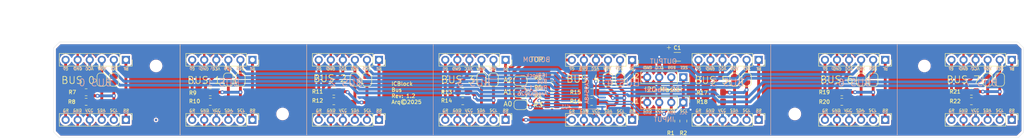
<source format=kicad_pcb>
(kicad_pcb (version 20240108) (generator "pcbnew") (generator_version "8.0")
  (title_block (title "ICBock Bus") (date "2025-02-16") (rev "1.2"))
  (layers (0 "F.Cu" signal) (31 "B.Cu" signal) (34 "B.Paste" user) (35 "F.Paste" user) (36 "B.SilkS" user "B.Silkscreen") (37 "F.SilkS" user "F.Silkscreen") (38 "B.Mask" user) (39 "F.Mask" user) (44 "Edge.Cuts" user))
  (net 0 "")
  (net 1 "/SC0")
  (net 2 "/SD0")
  (net 3 "VCC")
  (net 4 "GND")
  (net 5 "/SDA")
  (net 6 "/SCL")
  (net 7 "/SD1")
  (net 8 "/SC1")
  (net 9 "/SC2")
  (net 10 "/SD2")
  (net 11 "/SC3")
  (net 12 "/SD3")
  (net 13 "/SD4")
  (net 14 "/SC4")
  (net 15 "/SC5")
  (net 16 "/SD5")
  (net 17 "/SD6")
  (net 18 "/SC6")
  (net 19 "/SD7")
  (net 20 "/SC7")
  (net 21 "/A0")
  (net 22 "/A1")
  (net 23 "/A2")
  (net 24 "Net-(U1-~{RESET})")
  (net 25 "Net-(J3-Pin_6)")
  (net 26 "Net-(J3-Pin_1)")
  (net 27 "Net-(J5-Pin_1)")
  (net 28 "Net-(J5-Pin_6)")
  (net 29 "Net-(J7-Pin_6)")
  (net 30 "Net-(J7-Pin_1)")
  (net 31 "Net-(J10-Pin_6)")
  (net 32 "Net-(J10-Pin_1)")
  (net 33 "Net-(J4-Pin_2)")
  (net 34 "Net-(J4-Pin_3)")
  (net 35 "Net-(J11-Pin_1)")
  (net 36 "Net-(J11-Pin_6)")
  (net 37 "Net-(J13-Pin_6)")
  (net 38 "Net-(J6-Pin_2)")
  (net 39 "Net-(J13-Pin_1)")
  (net 40 "Net-(J6-Pin_3)")
  (net 41 "Net-(J15-Pin_6)")
  (net 42 "Net-(J8-Pin_2)")
  (net 43 "Net-(J15-Pin_1)")
  (net 44 "Net-(J8-Pin_3)")
  (net 45 "Net-(J10-Pin_3)")
  (net 46 "Net-(J10-Pin_2)")
  (net 47 "Net-(J17-Pin_6)")
  (net 48 "Net-(J17-Pin_1)")
  (net 49 "Net-(J12-Pin_2)")
  (net 50 "Net-(J12-Pin_3)")
  (net 51 "Net-(J14-Pin_2)")
  (net 52 "Net-(J14-Pin_3)")
  (net 53 "Net-(J16-Pin_3)")
  (net 54 "Net-(J16-Pin_2)")
  (net 55 "Net-(J18-Pin_3)")
  (net 56 "Net-(J18-Pin_2)")
  (footprint "Resistor_SMD:R_0805_2012Metric_Pad1.20x1.40mm_HandSolder" (layer "F.Cu") (at 179.451 103.378)
    (property "Reference" "R17")
    (property "Value" "10k")
  )
  (footprint "Connector_PinHeader_2.54mm:PinHeader_1x06_P2.54mm_Vertical" (layer "F.Cu") (at 107.95 109.22 -90)
    (property "Reference" "J8" (hide yes))
    (property "Value" "Conn_01x06_Pin")
  )
  (footprint "Jumper:SolderJumper-2_P1.3mm_Open_RoundedPad1.0x1.5mm" (layer "F.Cu") (at 156.21 100.711 -90)
    (property "Reference" "JP13" (hide yes))
    (property "Value" "SolderJumper_2_Open")
  )
  (footprint "Jumper:SolderJumper-2_P1.3mm_Open_RoundedPad1.0x1.5mm" (layer "F.Cu") (at 137.78 103.505)
    (property "Reference" "JP2" (hide yes))
    (property "Value" "SolderJumper_2_Open")
  )
  (footprint "Resistor_SMD:R_0805_2012Metric_Pad1.20x1.40mm_HandSolder" (layer "F.Cu") (at 152.765 103.378)
    (property "Reference" "R15")
    (property "Value" "10k")
  )
  (footprint "Resistor_SMD:R_0805_2012Metric_Pad1.20x1.40mm_HandSolder" (layer "F.Cu") (at 232.791 103.251)
    (property "Reference" "R21")
    (property "Value" "10k")
  )
  (footprint "Jumper:SolderJumper-2_P1.3mm_Open_RoundedPad1.0x1.5mm" (layer "F.Cu") (at 49.53 100.711 -90)
    (property "Reference" "JP5" (hide yes))
    (property "Value" "SolderJumper_2_Open")
  )
  (footprint "Connector_PinSocket_2.54mm:PinSocket_1x06_P2.54mm_Vertical" (layer "F.Cu") (at 161.29 96.56 -90)
    (property "Reference" "J11" (hide yes))
    (property "Value" "Conn_01x06_Socket")
  )
  (footprint "Resistor_SMD:R_0805_2012Metric_Pad1.20x1.40mm_HandSolder" (layer "F.Cu") (at 98.425 103.251)
    (property "Reference" "R11")
    (property "Value" "10k")
  )
  (footprint "Resistor_SMD:R_0805_2012Metric_Pad1.20x1.40mm_HandSolder" (layer "F.Cu") (at 205.486 105.41)
    (property "Reference" "R20")
    (property "Value" "10k")
  )
  (footprint "Jumper:SolderJumper-2_P1.3mm_Open_RoundedPad1.0x1.5mm" (layer "F.Cu") (at 129.54 100.711 -90)
    (property "Reference" "JP11" (hide yes))
    (property "Value" "SolderJumper_2_Open")
  )
  (footprint "Jumper:SolderJumper-2_P1.3mm_Open_RoundedPad1.0x1.5mm" (layer "F.Cu") (at 132.08 100.711 -90)
    (property "Reference" "JP10" (hide yes))
    (property "Value" "SolderJumper_2_Open")
  )
  (footprint "MountingHole:MountingHole_2.2mm_M2" (layer "F.Cu") (at 195.58 107.975)
    (property "Reference" "H2" (hide yes))
    (property "Value" "MountingHole")
  )
  (footprint "Resistor_SMD:R_0805_2012Metric_Pad1.20x1.40mm_HandSolder" (layer "F.Cu") (at 46.228 103.378)
    (property "Reference" "R7")
    (property "Value" "10k")
  )
  (footprint "Resistor_SMD:R_0805_2012Metric_Pad1.20x1.40mm_HandSolder" (layer "F.Cu") (at 179.451 105.41)
    (property "Reference" "R18")
    (property "Value" "10k")
  )
  (footprint "Connector_PinHeader_2.54mm:PinHeader_1x06_P2.54mm_Vertical" (layer "F.Cu") (at 214.63 109.22 -90)
    (property "Reference" "J16" (hide yes))
    (property "Value" "Conn_01x06_Pin")
  )
  (footprint "MountingHole:MountingHole_2.2mm_M2" (layer "F.Cu") (at 222.885 97.815)
    (property "Reference" "H3" (hide yes))
    (property "Value" "MountingHole")
  )
  (footprint "Connector_PinHeader_2.54mm:PinHeader_1x06_P2.54mm_Vertical" (layer "F.Cu") (at 81.28 109.22 -90)
    (property "Reference" "J6" (hide yes))
    (property "Value" "Conn_01x06_Pin")
  )
  (footprint "MountingHole:MountingHole_2.2mm_M2" (layer "F.Cu") (at 60.96 97.815)
    (property "Reference" "H1" (hide yes))
    (property "Value" "MountingHole")
  )
  (footprint "Fiducial:Fiducial_0.5mm_Mask1mm" (layer "F.Cu") (at 60.96 109.245)
    (property "Reference" "FID1" (hide yes))
    (property "Value" "Fiducial")
  )
  (footprint "Resistor_SMD:R_0805_2012Metric_Pad1.20x1.40mm_HandSolder" (layer "F.Cu") (at 232.791 105.283)
    (property "Reference" "R22")
    (property "Value" "10k")
  )
  (footprint "Resistor_SMD:R_0805_2012Metric_Pad1.20x1.40mm_HandSolder" (layer "F.Cu") (at 144.415 104.14)
    (property "Reference" "R4")
    (property "Value" "10k")
  )
  (footprint "Resistor_SMD:R_0805_2012Metric_Pad1.20x1.40mm_HandSolder" (layer "F.Cu") (at 144.415 106.045 180)
    (property "Reference" "R3")
    (property "Value" "10k")
  )
  (footprint "Resistor_SMD:R_0805_2012Metric_Pad1.20x1.40mm_HandSolder" (layer "F.Cu") (at 152.765 105.41)
    (property "Reference" "R16")
    (property "Value" "10k")
  )
  (footprint "Connector_PinSocket_2.54mm:PinSocket_1x06_P2.54mm_Vertical" (layer "F.Cu") (at 81.28 96.52 -90)
    (property "Reference" "J5" (hide yes))
    (property "Value" "Conn_01x06_Socket")
  )
  (footprint "Resistor_SMD:R_0805_2012Metric_Pad1.20x1.40mm_HandSolder" (layer "F.Cu") (at 72.39 105.41)
    (property "Reference" "R10")
    (property "Value" "10k")
  )
  (footprint "Resistor_SMD:R_0805_2012Metric_Pad1.20x1.40mm_HandSolder" (layer "F.Cu") (at 205.486 103.378)
    (property "Reference" "R19")
    (property "Value" "10k")
  )
  (footprint "Resistor_SMD:R_0805_2012Metric_Pad1.20x1.40mm_HandSolder" (layer "F.Cu") (at 169.545 109.474 90)
    (property "Reference" "R1")
    (property "Value" "10k")
  )
  (footprint "Jumper:SolderJumper-2_P1.3mm_Open_RoundedPad1.0x1.5mm" (layer "F.Cu") (at 137.78 100.965)
    (property "Reference" "JP3" (hide yes))
    (property "Value" "SolderJumper_2_Open")
  )
  (footprint "Resistor_SMD:R_0805_2012Metric_Pad1.20x1.40mm_HandSolder" (layer "F.Cu") (at 125.603 103.251)
    (property "Reference" "R13")
    (property "Value" "10k")
  )
  (footprint "Jumper:SolderJumper-2_P1.3mm_Open_RoundedPad1.0x1.5mm" (layer "F.Cu") (at 238.76 100.711 -90)
    (property "Reference" "JP18" (hide yes))
    (property "Value" "SolderJumper_2_Open")
  )
  (footprint "Connector_PinSocket_2.54mm:PinSocket_1x04_P2.54mm_Vertical" (layer "F.Cu") (at 172.085 100.203 -90)
    (property "Reference" "J2")
    (property "Value" "Conn_01x04_Socket")
  )
  (footprint "Connector_PinHeader_2.54mm:PinHeader_1x04_P2.54mm_Vertical" (layer "F.Cu") (at 172.085 105.537 -90)
    (property "Reference" "J1")
    (property "Value" "Conn_01x04_Pin")
  )
  (footprint "Resistor_SMD:R_0805_2012Metric_Pad1.20x1.40mm_HandSolder" (layer "F.Cu") (at 125.603 105.283)
    (property "Reference" "R14")
    (property "Value" "10k")
  )
  (footprint "Connector_PinSocket_2.54mm:PinSocket_1x06_P2.54mm_Vertical" (layer "F.Cu") (at 107.95 96.52 -90)
    (property "Reference" "J7" (hide yes))
    (property "Value" "Conn_01x06_Socket")
  )
  (footprint "Jumper:SolderJumper-2_P1.3mm_Open_RoundedPad1.0x1.5mm" (layer "F.Cu") (at 102.87 100.711 -90)
    (property "Reference" "JP9" (hide yes))
    (property "Value" "SolderJumper_2_Open")
  )
  (footprint "Connector_PinSocket_2.54mm:PinSocket_1x06_P2.54mm_Vertical" (layer "F.Cu") (at 241.3 96.52 -90)
    (property "Reference" "J17" (hide yes))
    (property "Value" "Conn_01x06_Socket")
  )
  (footprint "Jumper:SolderJumper-2_P1.3mm_Open_RoundedPad1.0x1.5mm" (layer "F.Cu") (at 158.75 100.711 -90)
    (property "Reference" "JP12" (hide yes))
    (property "Value" "SolderJumper_2_Open")
  )
  (footprint "Jumper:SolderJumper-2_P1.3mm_Open_RoundedPad1.0x1.5mm" (layer "F.Cu") (at 137.795 106.045)
    (property "Reference" "JP1" (hide yes))
    (property "Value" "SolderJumper_2_Open")
  )
  (footprint "Resistor_SMD:R_0805_2012Metric_Pad1.20x1.40mm_HandSolder" (layer "F.Cu") (at 46.228 105.41)
    (property "Reference" "R8")
    (property "Value" "10k")
  )
  (footprint "Jumper:SolderJumper-2_P1.3mm_Open_RoundedPad1.0x1.5mm" (layer "F.Cu") (at 78.74 100.711 -90)
    (property "Reference" "JP6" (hide yes))
    (property "Value" "SolderJumper_2_Open")
  )
  (footprint "Connector_PinSocket_2.54mm:PinSocket_1x06_P2.54mm_Vertical" (layer "F.Cu") (at 214.63 96.52 -90)
    (property "Reference" "J15" (hide yes))
    (property "Value" "Conn_01x06_Socket")
  )
  (footprint "Connector_PinSocket_2.54mm:PinSocket_1x06_P2.54mm_Vertical" (layer "F.Cu") (at 187.96 96.52 -90)
    (property "Reference" "J13" (hide yes))
    (property "Value" "Conn_01x06_Socket")
  )
  (footprint "Resistor_SMD:R_0805_2012Metric_Pad1.20x1.40mm_HandSolder" (layer "F.Cu") (at 98.425 105.283)
    (property "Reference" "R12")
    (property "Value" "10k")
  )
  (footprint "Resistor_SMD:R_0805_2012Metric_Pad1.20x1.40mm_HandSolder" (layer "F.Cu") (at 72.39 103.378)
    (property "Reference" "R9")
    (property "Value" "10k")
  )
  (footprint "Connector_PinHeader_2.54mm:PinHeader_1x06_P2.54mm_Vertical" (layer "F.Cu") (at 54.61 109.22 -90)
    (property "Reference" "J4" (hide yes))
    (property "Value" "Conn_01x06_Pin")
  )
  (footprint "Connector_PinSocket_2.54mm:PinSocket_1x06_P2.54mm_Vertical" (layer "F.Cu") (at 54.61 96.52 -90)
    (property "Reference" "J3" (hide yes))
    (property "Value" "Conn_01x06_Socket")
  )
  (footprint "Capacitor_SMD:C_1206_3216Metric_Pad1.33x1.80mm_HandSolder" (layer "F.Cu") (at 170.815 95.885)
    (property "Reference" "C1")
    (property "Value" "1u")
  )
  (footprint "Jumper:SolderJumper-2_P1.3mm_Open_RoundedPad1.0x1.5mm" (layer "F.Cu") (at 182.88 100.711 -90)
    (property "Reference" "JP15" (hide yes))
    (property "Value" "SolderJumper_2_Open")
  )
  (footprint "Jumper:SolderJumper-2_P1.3mm_Open_RoundedPad1.0x1.5mm" (layer "F.Cu") (at 209.55 100.711 -90)
    (property "Reference" "JP17" (hide yes))
    (property "Value" "SolderJumper_2_Open")
  )
  (footprint "Jumper:SolderJumper-2_P1.3mm_Open_RoundedPad1.0x1.5mm" (layer "F.Cu") (at 52.07 100.711 -90)
    (property "Reference" "JP4" (hide yes))
    (property "Value" "SolderJumper_2_Open")
  )
  (footprint "Resistor_SMD:R_0805_2012Metric_Pad1.20x1.40mm_HandSolder" (layer "F.Cu") (at 144.415 102.235)
    (property "Reference" "R5")
    (property "Value" "10k")
  )
  (footprint "Jumper:SolderJumper-2_P1.3mm_Open_RoundedPad1.0x1.5mm" (layer "F.Cu") (at 76.2 100.711 -90)
    (property "Reference" "JP7" (hide yes))
    (property "Value" "SolderJumper_2_Open")
  )
  (footprint "Connector_PinHeader_2.54mm:PinHeader_1x06_P2.54mm_Vertical" (layer "F.Cu") (at 241.3 109.22 -90)
    (property "Reference" "J18" (hide yes))
    (property "Value" "Conn_01x06_Pin")
  )
  (footprint "Connector_PinSocket_2.54mm:PinSocket_1x06_P2.54mm_Vertical" (layer "F.Cu") (at 134.62 96.52 -90)
    (property "Reference" "J9" (hide yes))
    (property "Value" "Conn_01x06_Socket")
  )
  (footprint "Jumper:SolderJumper-2_P1.3mm_Open_RoundedPad1.0x1.5mm" (layer "F.Cu") (at 185.42 100.711 -90)
    (property "Reference" "JP14" (hide yes))
    (property "Value" "SolderJumper_2_Open")
  )
  (footprint "Resistor_SMD:R_0805_2012Metric_Pad1.20x1.40mm_HandSolder" (layer "F.Cu") (at 172.085 109.474 90)
    (property "Reference" "R2")
    (property "Value" "10k")
  )
  (footprint "Resistor_SMD:R_0805_2012Metric_Pad1.20x1.40mm_HandSolder" (layer "F.Cu") (at 144.415 100.33)
    (property "Reference" "R6")
    (property "Value" "10k")
  )
  (footprint "Connector_PinHeader_2.54mm:PinHeader_1x06_P2.54mm_Vertical" (layer "F.Cu") (at 134.62 109.22 -90)
    (property "Reference" "J10" (hide yes))
    (property "Value" "Conn_01x06_Pin")
  )
  (footprint "Jumper:SolderJumper-2_P1.3mm_Open_RoundedPad1.0x1.5mm" (layer "F.Cu") (at 236.22 100.711 -90)
    (property "Reference" "JP19" (hide yes))
    (property "Value" "SolderJumper_2_Open")
  )
  (footprint "Jumper:SolderJumper-2_P1.3mm_Open_RoundedPad1.0x1.5mm" (layer "F.Cu") (at 105.41 100.711 -90)
    (property "Reference" "JP8" (hide yes))
    (property "Value" "SolderJumper_2_Open")
  )
  (footprint "Connector_PinHeader_2.54mm:PinHeader_1x06_P2.54mm_Vertical" (layer "F.Cu") (at 187.96 109.22 -90)
    (property "Reference" "J14" (hide yes))
    (property "Value" "Conn_01x06_Pin")
  )
  (footprint "MountingHole:MountingHole_2.2mm_M2" (layer "F.Cu") (at 87.63 107.975)
    (property "Reference" "H4" (hide yes))
    (property "Value" "MountingHole")
  )
  (footprint "Jumper:SolderJumper-2_P1.3mm_Open_RoundedPad1.0x1.5mm" (layer "F.Cu") (at 212.09 100.711 -90)
    (property "Reference" "JP16" (hide yes))
    (property "Value" "SolderJumper_2_Open")
  )
  (footprint "Connector_PinHeader_2.54mm:PinHeader_1x06_P2.54mm_Vertical" (layer "F.Cu") (at 161.29 109.22 -90)
    (property "Reference" "J12" (hide yes))
    (property "Value" "Conn_01x06_Pin")
  )
  (footprint "Fiducial:Fiducial_0.5mm_Mask1mm" (layer "B.Cu") (at 60.96 109.245 180)
    (property "Reference" "FID2" (hide yes))
    (property "Value" "Fiducial")
  )
  (footprint "Package_SO:TSSOP-24_4.4x7.8mm_P0.65mm" (layer "B.Cu") (at 152.146 102.87)
    (property "Reference" "U1")
    (property "Value" "TCA9548APWR")
  )
  (gr_line (start 190.5 93.345) (end 190.5 112.395) (stroke (width 0.1)) (layer "B.SilkS"))
  (gr_line (start 66.04 93.345) (end 66.04 112.395) (stroke (width 0.1)) (layer "B.SilkS"))
  (gr_line (start 119.38 93.345) (end 119.38 112.395) (stroke (width 0.1)) (layer "B.SilkS"))
  (gr_line (start 217.17 93.345) (end 217.17 112.395) (stroke (width 0.1)) (layer "B.SilkS"))
  (gr_line (start 92.71 93.345) (end 92.71 112.395) (stroke (width 0.1)) (layer "B.SilkS"))
  (gr_line (start 190.5 93.345) (end 190.5 112.395) (stroke (width 0.1)) (layer "F.SilkS"))
  (gr_line (start 66.04 93.345) (end 66.04 112.395) (stroke (width 0.1)) (layer "F.SilkS"))
  (gr_line (start 119.38 93.345) (end 119.38 112.395) (stroke (width 0.1)) (layer "F.SilkS"))
  (gr_line (start 92.71 93.345) (end 92.71 112.395) (stroke (width 0.1)) (layer "F.SilkS"))
  (gr_line (start 217.17 93.345) (end 217.17 112.395) (stroke (width 0.1)) (layer "F.SilkS"))
  (gr_line (start 242.57 113.055) (end 243.84 111.785) (stroke (width 0.05)) (layer "Edge.Cuts"))
  (gr_line (start 40.64 92.735) (end 242.57 92.735) (stroke (width 0.05)) (layer "Edge.Cuts"))
  (gr_line (start 242.57 113.055) (end 40.64 113.055) (stroke (width 0.05)) (layer "Edge.Cuts"))
  (gr_line (start 39.37 111.785) (end 39.37 94.005) (stroke (width 0.05)) (layer "Edge.Cuts"))
  (gr_line (start 243.84 94.005) (end 243.84 111.785) (stroke (width 0.05)) (layer "Edge.Cuts"))
  (gr_line (start 40.64 92.735) (end 39.37 94.005) (stroke (width 0.05)) (layer "Edge.Cuts"))
  (gr_line (start 243.84 94.005) (end 242.57 92.735) (stroke (width 0.05)) (layer "Edge.Cuts"))
  (gr_line (start 40.64 113.055) (end 39.37 111.785) (stroke (width 0.05)) (layer "Edge.Cuts"))
  (gr_text "RR" (at 215.265 107.975 0) (layer "B.SilkS") (effects (font (size 0.6 0.6) (thickness 0.1) (bold yes)) (justify left bottom mirror)))
  (gr_text "GND" (at 123.3654 98.044 180) (layer "B.SilkS") (effects (font (size 0.6 0.6) (thickness 0.1) (bold yes)) (justify left bottom mirror)))
  (gr_text "VCC" (at 232.5116 97.917 180) (layer "B.SilkS") (effects (font (size 0.6 0.6) (thickness 0.1) (bold yes)) (justify left bottom mirror)))
  (gr_text "SDA" (at 50.419 107.95 0) (layer "B.SilkS") (effects (font (size 0.6 0.6) (thickness 0.1) (bold yes)) (justify left bottom mirror)))
  (gr_text "GND" (at 229.997 97.917 180) (layer "B.SilkS") (effects (font (size 0.6 0.6) (thickness 0.1) (bold yes)) (justify left bottom mirror)))
  (gr_text "SCL\n" (at 52.832 107.95 0) (layer "B.SilkS") (effects (font (size 0.6 0.6) (thickness 0.1) (bold yes)) (justify left bottom mirror)))
  (gr_text "BUS 0" (at 51.816 102.235 0) (layer "B.SilkS") (effects (font (size 1.5 1.5)) (justify left bottom mirror)))
  (gr_text "GR" (at 202.565 107.975 0) (layer "B.SilkS") (effects (font (size 0.6 0.6) (thickness 0.1) (bold yes)) (justify left bottom mirror)))
  (gr_text "VCC" (at 234.442 107.95 0) (layer "B.SilkS") (effects (font (size 0.6 0.6) (thickness 0.1) (bold yes)) (justify left bottom mirror)))
  (gr_text "GND" (at 69.85 97.917 180) (layer "B.SilkS") (effects (font (size 0.6 0.6) (thickness 0.1) (bold yes)) (justify left bottom mirror)))
  (gr_text "GR" (at 149.225 108.102 0) (layer "B.SilkS") (effects (font (size 0.6 0.6) (thickness 0.1) (bold yes)) (justify left bottom mirror)))
  (gr_text "RR" (at 241.935 107.975 0) (layer "B.SilkS") (effects (font (size 0.6 0.6) (thickness 0.1) (bold yes)) (justify left bottom mirror)))
  (gr_text "SDA" (at 155.194 97.79 180) (layer "B.SilkS") (effects (font (size 0.6 0.6) (thickness 0.1) (bold yes)) (justify left bottom mirror)))
  (gr_text "I2C Master" (at 171.958 103.378 -0) (layer "B.SilkS") (effects (font (size 1 1)) (justify left bottom mirror)))
  (gr_text "GND" (at 43.434 97.917 180) (layer "B.SilkS") (effects (font (size 0.6 0.6) (thickness 0.1) (bold yes)) (justify left bottom mirror)))
  (gr_text "GL" (at 147.955 97.815 180) (layer "B.SilkS") (effects (font (size 0.6 0.6) (thickness 0.1) (bold yes)) (justify left bottom mirror)))
  (gr_text "BUS 4" (at 163.068 102.235 0) (layer "B.SilkS") (effects (font (size 1.5 1.5)) (justify left bottom mirror)))
  (gr_text "GL" (at 174.625 97.942 180) (layer "B.SilkS") (effects (font (size 0.6 0.6) (thickness 0.1) (bold yes)) (justify left bottom mirror)))
  (gr_text "GND" (at 163.449 97.79 180) (layer "B.SilkS") (effects (font (size 0.6 0.6) (thickness 0.1) (bold yes)) (justify left bottom mirror)))
  (gr_text "GND" (at 72.263 107.95 0) (layer "B.SilkS") (effects (font (size 0.6 0.6) (thickness 0.1) (bold yes)) (justify left bottom mirror)))
  (gr_text "VCC" (at 47.752 107.95 0) (layer "B.SilkS") (effects (font (size 0.6 0.6) (thickness 0.1) (bold yes)) (justify left bottom mirror)))
  (gr_text "VCC" (at 207.772 107.95 0) (layer "B.SilkS") (effects (font (size 0.6 0.6) (thickness 0.1) (bold yes)) (justify left bottom mirror)))
  (gr_text "SCL\n" (at 212.852 107.95 0) (layer "B.SilkS") (effects (font (size 0.6 0.6) (thickness 0.1) (bold yes)) (justify left bottom mirror)))
  (gr_text "BUS 7" (at 238.506 102.235 0) (layer "B.SilkS") (effects (font (size 1.5 1.5)) (justify left bottom mirror)))
  (gr_text "SCL\n" (at 159.639 108.102 0) (layer "B.SilkS") (effects (font (size 0.6 0.6) (thickness 0.1) (bold yes)) (justify left bottom mirror)))
  (gr_text "GL" (at 201.422 97.942 180) (layer "B.SilkS") (effects (font (size 0.6 0.6) (thickness 0.1) (bold yes)) (justify left bottom mirror)))
  (gr_text "SCL" (at 51.4096 97.917 180) (layer "B.SilkS") (effects (font (size 0.6 0.6) (thickness 0.1) (bold yes)) (justify left bottom mirror)))
  (gr_text "SDA" (at 103.886 107.95 0) (layer "B.SilkS") (effects (font (size 0.6 0.6) (thickness 0.1) (bold yes)) (justify left bottom mirror)))
  (gr_text "BUS 6" (at 211.836 102.235 0) (layer "B.SilkS") (effects (font (size 1.5 1.5)) (justify left bottom mirror)))
  (gr_text "RL" (at 160.655 97.815 180) (layer "B.SilkS") (effects (font (size 0.6 0.6) (thickness 0.1) (bold yes)) (justify left bottom mirror)))
  (gr_text "RL" (at 187.452 97.942 180) (layer "B.SilkS") (effects (font (size 0.6 0.6) (thickness 0.1) (bold yes)) (justify left bottom mirror)))
  (gr_text "RL" (at 240.792 97.942 180) (layer "B.SilkS") (effects (font (size 0.6 0.6) (thickness 0.1) (bold yes)) (justify left bottom mirror)))
  (gr_text "GND" (at 45.339 107.95 0) (layer "B.SilkS") (effects (font (size 0.6 0.6) (thickness 0.1) (bold yes)) (justify left bottom mirror)))
  (gr_text "TCA9548A" (at 151.765 102.895 90) (layer "B.SilkS") (effects (font (size 0.8 0.8)) (justify mirror)))
  (gr_text "SDA" (at 77.343 107.95 0) (layer "B.SilkS") (effects (font (size 0.6 0.6) (thickness 0.1) (bold yes)) (justify left bottom mirror)))
  (gr_text "RL" (at 54.102 97.942 180) (layer "B.SilkS") (effects (font (size 0.6 0.6) (thickness 0.1) (bold yes)) (justify left bottom mirror)))
  (gr_text "VCC" (at 45.9486 97.917 180) (layer "B.SilkS") (effects (font (size 0.6 0.6) (thickness 0.1) (bold yes)) (justify left bottom mirror)))
  (gr_text "GND" (at 205.359 107.95 0) (layer "B.SilkS") (effects (font (size 0.6 0.6) (thickness 0.1) (bold yes)) (justify left bottom mirror)))
  (gr_text "SCL" (at 171.4246 97.79 180) (layer "B.SilkS") (effects (font (size 0.6 0.6) (thickness 0.1) (bold yes)) (justify left bottom mirror)))
  (gr_text "GR" (at 175.895 107.975 0) (layer "B.SilkS") (effects (font (size 0.6 0.6) (thickness 0.1) (bold yes)) (justify left bottom mirror)))
  (gr_text "SDA" (at 181.9656 97.917 180) (layer "B.SilkS") (effects (font (size 0.6 0.6) (thickness 0.1) (bold yes)) (justify left bottom mirror)))
  (gr_text "SDA" (at 183.769 107.95 0) (layer "B.SilkS") (effects (font (size 0.6 0.6) (thickness 0.1) (bold yes)) (justify left bottom mirror)))
  (gr_text "GND" (at 125.349 107.95 0) (layer "B.SilkS") (effects (font (size 0.6 0.6) (thickness 0.1) (bold yes)) (justify left bottom mirror)))
  (gr_text "GND" (at 150.114 97.79 180) (layer "B.SilkS") (effects (font (size 0.6 0.6) (thickness 0.1) (bold yes)) (justify left bottom mirror)))
  (gr_text "SDA" (at 75.1586 97.917 180) (layer "B.SilkS") (effects (font (size 0.6 0.6) (thickness 0.1) (bold yes)) (justify left bottom mirror)))
  (gr_text "GND" (at 176.657 97.917 180) (layer "B.SilkS") (effects (font (size 0.6 0.6) (thickness 0.1) (bold yes)) (justify left bottom mirror)))
  (gr_text "VCC" (at 72.3646 97.917 180) (layer "B.SilkS") (effects (font (size 0.6 0.6) (thickness 0.1) (bold yes)) (justify left bottom mirror)))
  (gr_text "SDA" (at 48.7426 97.917 180) (layer "B.SilkS") (effects (font (size 0.6 0.6) (thickness 0.1) (bold yes)) (justify left bottom mirror)))
  (gr_text "SCL" (at 157.734 97.79 180) (layer "B.SilkS") (effects (font (size 0.6 0.6) (thickness 0.1) (bold yes)) (justify left bottom mirror)))
  (gr_text "RR" (at 161.925 108.102 0) (layer "B.SilkS") (effects (font (size 0.6 0.6) (thickness 0.1) (bold yes)) (justify left bottom mirror)))
  (gr_text "VCC" (at 167.894 108.077 0) (layer "B.SilkS") (effects (font (size 0.6 0.6) (thickness 0.1) (bold yes)) (justify left bottom mirror)))
  (gr_text "BUS 5" (at 185.039 102.235 0) (layer "B.SilkS") (effects (font (size 1.5 1.5)) (justify left bottom mirror)))
  (gr_text "GND" (at 178.689 107.95 0) (layer "B.SilkS") (effects (font (size 0.6 0.6) (thickness 0.1) (bold yes)) (justify left bottom mirror)))
  (gr_text "SDA" (at 208.5086 97.917 180) (layer "B.SilkS") (effects (font (size 0.6 0.6) (thickness 0.1) (bold yes)) (justify left bottom mirror)))
  (gr_text "GL" (at 67.945 97.942 180) (layer "B.SilkS") (effects (font (size 0.6 0.6) (thickness 0.1) (bold yes)) (justify left bottom mirror)))
  (gr_text "SDA" (at 168.7576 97.79 180) (layer "B.SilkS") (effects (font (size 0.6 0.6) (thickness 0.1) (bold yes)) (justify left bottom mirror)))
  (gr_text "GR" (at 122.555 107.975 0) (layer "B.SilkS") (effects (font (size 0.6 0.6) (thickness 0.1) (bold yes)) (justify left bottom mirror)))
  (gr_text "BOTTOM" (at 144.145 97.053 -0) (layer "B.SilkS") (effects (font (size 1 1)) (justify left bottom mirror)))
  (gr_text "SCL" (at 104.394 97.917 180) (layer "B.SilkS") (effects (font (size 0.6 0.6) (thickness 0.1) (bold yes)) (justify left bottom mirror)))
  (gr_text "SCL" (at 77.8256 97.917 180) (layer "B.SilkS") (effects (font (size 0.6 0.6) (thickness 0.1) (bold yes)) (justify left bottom mirror)))
  (gr_text "SDA" (at 210.439 107.95 0) (layer "B.SilkS") (effects (font (size 0.6 0.6) (thickness 0.1) (bold yes)) (justify left bottom mirror)))
  (gr_text "VCC" (at 165.9636 97.79 180) (layer "B.SilkS") (effects (font (size 0.6 0.6) (thickness 0.1) (bold yes)) (justify left bottom mirror)))
  (gr_text "GND" (at 152.146 108.102 0) (layer "B.SilkS") (effects (font (size 0.6 0.6) (thickness 0.1) (bold yes)) (justify left bottom mirror)))
  (gr_text "GR" (at 229.235 107.975 0) (layer "B.SilkS") (effects (font (size 0.6 0.6) (thickness 0.1) (bold yes)) (justify left bottom mirror)))
  (gr_text "RL" (at 80.645 97.942 180) (layer "B.SilkS") (effects (font (size 0.6 0.6) (thickness 0.1) (bold yes)) (justify left bottom mirror)))
  (gr_text "ICBlock\nBus\nRev: ${REVISION}\nArq©2025" (at 143.51 104.14 0) (layer "B.SilkS") (effects (font (size 0.8 0.8) (thickness 0.15) (bold yes)) (justify left bottom mirror)))
  (gr_text "GND" (at 165.481 108.077 0) (layer "B.SilkS") (effects (font (size 0.6 0.6) (thickness 0.1) (bold yes)) (justify left bottom mirror)))
  (gr_text "SDA" (at 130.429 107.95 0) (layer "B.SilkS") (effects (font (size 0.6 0.6) (thickness 0.1) (bold yes)) (justify left bottom mirror)))
  (gr_text "GR" (at 69.215 107.975 0) (layer "B.SilkS") (effects (font (size 0.6 0.6) (thickness 0.1) (bold yes)) (justify left bottom mirror)))
  (gr_text "SDA" (at 157.226 108.102 0) (layer "B.SilkS") (effects (font (size 0.6 0.6) (thickness 0.1) (bold yes)) (justify left bottom mirror)))
  (gr_text "GL" (at 121.285 98.069 180) (layer "B.SilkS") (effects (font (size 0.6 0.6) (thickness 0.1) (bold yes)) (justify left bottom mirror)))
  (gr_text "BUS 2" (at 104.648 102.235 0) (layer "B.SilkS") (effects (font (size 1.5 1.5)) (justify left bottom mirror)))
  (gr_text "VCC" (at 152.654 97.815 180) (layer "B.SilkS") (effects (font (size 0.6 0.6) (thickness 0.1) (bold yes)) (justify left bottom mirror)))
  (gr_text "SCL\n" (at 79.756 107.95 0) (layer "B.SilkS") (effects (font (size 0.6 0.6) (thickness 0.1) (bold yes)) (justify left bottom mirror)))
  (gr_text "RL" (at 107.315 97.942 180) (layer "B.SilkS") (effects (font (size 0.6 0.6) (thickness 0.1) (bold yes)) (justify left bottom mirror)))
  (gr_text "SCL\n" (at 106.299 107.95 0) (layer "B.SilkS") (effects (font (size 0.6 0.6) (thickness 0.1) (bold yes)) (justify left bottom mirror)))
  (gr_text "SCL\n" (at 172.974 108.077 0) (layer "B.SilkS") (effects (font (size 0.6 0.6) (thickness 0.1) (bold yes)) (justify left bottom mirror)))
  (gr_text "OUTPUT" (at 170.815 97.434 0) (layer "B.SilkS") (effects (font (size 1 1)) (justify left bottom mirror)))
  (gr_text "RR" (at 135.255 107.975 0) (layer "B.SilkS") (effects (font (size 0.6 0.6) (thickness 0.1) (bold yes)) (justify left bottom mirror)))
  (gr_text "VCC" (at 206.121 97.917 180) (layer "B.SilkS") (effects (font (size 0.6 0.6) (thickness 0.1) (bold yes)) (justify left bottom mirror)))
  (gr_text "RL" (at 133.985 98.069 180) (layer "B.SilkS") (effects (font (size 0.6 0.6) (thickness 0.1) (bold yes)) (justify left bottom mirror)))
  (gr_text "SCL" (at 237.9726 97.917 180) (layer "B.SilkS") (effects (font (size 0.6 0.6) (thickness 0.1) (bold yes)) (justify left bottom mirror)))
  (gr_text "SDA" (at 128.674 98.044 180) (layer "B.SilkS") (effects (font (size 0.6 0.6) (thickness 0.1) (bold yes)) (justify left bottom mirror)))
  (gr_text "VCC" (at 74.676 107.95 0) (layer "B.SilkS") (effects (font (size 0.6 0.6) (thickness 0.1) (bold yes)) (justify left bottom mirror)))
  (gr_text "GND" (at 232.029 107.95 0) (layer "B.SilkS") (effects (font (size 0.6 0.6) (thickness 0.1) (bold yes)) (justify left bottom mirror)))
  (gr_text "BUS 1" (at 78.74 102.235 0) (layer "B.SilkS") (effects (font (size 1.5 1.5)) (justify left bottom mirror)))
  (gr_text "SCL" (at 211.1756 97.917 180) (layer "B.SilkS") (effects (font (size 0.6 0.6) (thickness 0.1) (bold yes)) (justify left bottom mirror)))
  (gr_text "GL" (at 94.615 97.942 180) (layer "B.SilkS") (effects (font (size 0.6 0.6) (thickness 0.1) (bold yes)) (justify left bottom mirror)))
  (gr_text "GL" (at 227.965 97.942 180) (layer "B.SilkS") (effects (font (size 0.6 0.6) (thickness 0.1) (bold yes)) (justify left bottom mirror)))
  (gr_text "SCL\n" (at 239.522 107.95 0) (layer "B.SilkS") (effects (font (size 0.6 0.6) (thickness 0.1) (bold yes)) (justify left bottom mirror)))
  (gr_text "SCL\n" (at 132.842 107.95 0) (layer "B.SilkS") (effects (font (size 0.6 0.6) (thickness 0.1) (bold yes)) (justify left bottom mirror)))
  (gr_text "RR" (at 108.585 107.975 0) (layer "B.SilkS") (effects (font (size 0.6 0.6) (thickness 0.1) (bold yes)) (justify left bottom mirror)))
  (gr_text "RR" (at 55.275 107.975 0) (layer "B.SilkS") (effects (font (size 0.6 0.6) (thickness 0.1) (bold yes)) (justify left bottom mirror)))
  (gr_text "GND" (at 203.2 97.917 180) (layer "B.SilkS") (effects (font (size 0.6 0.6) (thickness 0.1) (bold yes)) (justify left bottom mirror)))
  (gr_text "GND" (at 98.806 107.95 0) (layer "B.SilkS") (effects (font (size 0.6 0.6) (thickness 0.1) (bold yes)) (justify left bottom mirror)))
  (gr_text "SDA" (at 235.3056 97.917 180) (layer "B.SilkS") (effects (font (size 0.6 0.6) (thickness 0.1) (bold yes)) (justify left bottom mirror)))
  (gr_text "SCL" (at 131.191 98.044 180) (layer "B.SilkS") (effects (font (size 0.6 0.6) (thickness 0.1) (bold yes)) (justify left bottom mirror)))
  (gr_text "SCL" (at 184.6326 97.917 180) (layer "B.SilkS") (effects (font (size 0.6 0.6) (thickness 0.1) (bold yes)) (justify left bottom mirror)))
  (gr_text "VCC" (at 179.451 97.917 180) (layer "B.SilkS") (effects (font (size 0.6 0.6) (thickness 0.1) (bold yes)) (justify left bottom mirror)))
  (gr_text "SDA" (at 170.561 108.077 0) (layer "B.SilkS") (effects (font (size 0.6 0.6) (thickness 0.1) (bold yes)) (justify left bottom mirror)))
  (gr_text "SDA" (at 101.9556 97.917 180) (layer "B.SilkS") (effects (font (size 0.6 0.6) (thickness 0.1) (bold yes)) (justify left bottom mirror)))
  (gr_text "VCC" (at 154.559 108.102 0) (layer "B.SilkS") (effects (font (size 0.6 0.6) (thickness 0.1) (bold yes)) (justify left bottom mirror)))
  (gr_text "VCC" (at 101.219 107.95 0) (layer "B.SilkS") (effects (font (size 0.6 0.6) (thickness 0.1) (bold yes)) (justify left bottom mirror)))
  (gr_text "VCC" (at 126.111 98.044 180) (layer "B.SilkS") (effects (font (size 0.6 0.6) (thickness 0.1) (bold yes)) (justify left bottom mirror)))
  (gr_text "GND" (at 96.647 97.917 180) (layer "B.SilkS") (effects (font (size 0.6 0.6) (thickness 0.1) (bold yes)) (justify left bottom mirror)))
  (gr_text "RL" (at 214.249 97.942 180) (layer "B.SilkS") (effects (font (size 0.6 0.6) (thickness 0.1) (bold yes)) (justify left bottom mirror)))
  (gr_text "RR" (at 81.915 107.975 0) (layer "B.SilkS") (effects (font (size 0.6 0.6) (thickness 0.1) (bold yes)) (justify left bottom mirror)))
  (gr_text "GR" (at 95.885 107.975 0) (layer "B.SilkS") (effects (font (size 0.6 0.6) (thickness 0.1) (bold yes)) (justify left bottom mirror)))
  (gr_text "GL" (at 41.275 97.942 180) (layer "B.SilkS") (effects (font (size 0.6 0.6) (thickness 0.1) (bold yes)) (justify left bottom mirror)))
  (gr_text "SCL\n" (at 186.182 107.95 0) (layer "B.SilkS") (effects (font (size 0.6 0.6) (thickness 0.1) (bold yes)) (justify left bottom mirror)))
  (gr_text "VCC" (at 181.102 107.95 0) (layer "B.SilkS") (effects (font (size 0.6 0.6) (thickness 0.1) (bold yes)) (justify left bottom mirror)))
  (gr_text "SDA" (at 237.109 107.95 0) (layer "B.SilkS") (effects (font (size 0.6 0.6) (thickness 0.1) (bold yes)) (justify left bottom mirror)))
  (gr_text "VCC" (at 99.441 97.917 180) (layer "B.SilkS") (effects (font (size 0.6 0.6) (thickness 0.1) (bold yes)) (justify left bottom mirror)))
  (gr_text "GR" (at 42.575 107.975 0) (layer "B.SilkS") (effects (font (size 0.6 0.6) (thickness 0.1) (bold yes)) (justify left bottom mirror)))
  (gr_text "INPUT" (at 170.28 109.701064 0) (layer "B.SilkS") (effects (font (size 1 1)) (justify left bottom mirror)))
  (gr_text "RR" (at 188.595 107.975 0) (layer "B.SilkS") (effects (font (size 0.6 0.6) (thickness 0.1) (bold yes)) (justify left bottom mirror)))
  (gr_text "VCC" (at 127.762 107.95 0) (layer "B.SilkS") (effects (font (size 0.6 0.6) (thickness 0.1) (bold yes)) (justify left bottom mirror)))
  (gr_text "BUS 3" (at 131.572 102.235 0) (layer "B.SilkS") (effects (font (size 1.5 1.5)) (justify left bottom mirror)))
  (gr_text "GND" (at 232.156 98.044 180) (layer "F.SilkS") (effects (font (size 0.6 0.6) (thickness 0.1) (bold yes)) (justify left bottom)))
  (gr_text "GR" (at 227.965 107.594 0) (layer "F.SilkS") (effects (font (size 0.6 0.6) (thickness 0.1) (bold yes)) (justify left bottom)))
  (gr_text "RL" (at 135.255 98.069 180) (layer "F.SilkS") (effects (font (size 0.6 0.6) (thickness 0.1) (bold yes)) (justify left bottom)))
  (gr_text "GL" (at 229.108 98.069 180) (layer "F.SilkS") (effects (font (size 0.6 0.6) (thickness 0.1) (bold yes)) (justify left bottom)))
  (gr_text "VCC" (at 47.879 98.044 180) (layer "F.SilkS") (effects (font (size 0.6 0.6) (thickness 0.1) (bold yes)) (justify left bottom)))
  (gr_text "GND" (at 45.466 98.044 180) (layer "F.SilkS") (effects (font (size 0.6 0.6) (thickness 0.1) (bold yes)) (justify left bottom)))
  (gr_text "RL" (at 215.265 98.069 180) (layer "F.SilkS") (effects (font (size 0.6 0.6) (thickness 0.1) (bold yes)) (justify left bottom)))
  (gr_text "GR" (at 94.615 107.594 0) (layer "F.SilkS") (effects (font (size 0.6 0.6) (thickness 0.1) (bold yes)) (justify left bottom)))
  (gr_text "SDA" (at 101.981 107.569 0) (layer "F.SilkS") (effects (font (size 0.6 0.6) (thickness 0.1) (bold yes)) (justify left bottom)))
  (gr_text "VCC" (at 232.6616 107.569 0) (layer "F.SilkS") (effects (font (size 0.6 0.6) (thickness 0.1) (bold yes)) (justify left bottom)))
  (gr_text "SDA" (at 130.198 98.044 180) (layer "F.SilkS") (effects (font (size 0.6 0.6) (thickness 0.1) (bold yes)) (justify left bottom)))
  (gr_text "SDA" (at 170.561 97.79 180) (layer "F.SilkS") (effects (font (size 0.6 0.6) (thickness 0.1) (bold yes)) (justify left bottom)))
  (gr_text "VCC" (at 45.9716 107.569 0) (layer "F.SilkS") (effects (font (size 0.6 0.6) (thickness 0.1) (bold yes)) (justify left bottom)))
  (gr_text "SDA" (at 156.9466 98.044 180) (layer "F.SilkS") (effects (font (size 0.6 0.6) (thickness 0.1) (bold yes)) (justify left bottom)))
  (gr_text "SCL" (at 79.629 98.069 180) (layer "F.SilkS") (effects (font (size 0.6 0.6) (thickness 0.1) (bold yes)) (justify left bottom)))
  (gr_text "SDA" (at 75.311 107.569 0) (layer "F.SilkS") (effects (font (size 0.6 0.6) (thickness 0.1) (bold yes)) (justify left bottom)))
  (gr_text "BUS 4" (at 147.32 101.473 0) (layer "F.SilkS") (effects (font (size 1.5 1.5)) (justify left bottom)))
  (gr_text "TOP" (at 139.7 97.053 -0) (layer "F.SilkS") (effects (font (size 1 1)) (justify left bottom)))
  (gr_text "GND" (at 98.806 98.069 180) (layer "F.SilkS") (effects (font (size 0.6 0.6) (thickness 0.1) (bold yes)) (justify left bottom)))
  (gr_text "ICBlock\nBus\nRev: ${REVISION}\nArq©2025" (at 110.49 105.918 0) (layer "F.SilkS") (effects (font (size 0.8 0.8) (thickness 0.15) (bold yes)) (justify left bottom)))
  (gr_text "GND" (at 165.608 97.79 180) (layer "F.SilkS") (effects (font (size 0.6 0.6) (thickness 0.1) (bold yes)) (justify left bottom)))
  (gr_text "BUS 6" (at 200.787 101.6 0) (layer "F.SilkS") (effects (font (size 1.5 1.5)) (justify left bottom)))
  (gr_text "GL" (at 175.895 98.069 180) (layer "F.SilkS") (effects (font (size 0.6 0.6) (thickness 0.1) (bold yes)) (justify left bottom)))
  (gr_text "SCL\n" (at 211.074 107.569 0) (layer "F.SilkS") (effects (font (size 0.6 0.6) (thickness 0.1) (bold yes)) (justify left bottom)))
  (gr_text "GND" (at 203.327 107.569 0) (layer "F.SilkS") (effects (font (size 0.6 0.6) (thickness 0.1) (bold yes)) (justify left bottom)))
  (gr_text "SDA" (at 237.109 98.044 180) (layer "F.SilkS") (effects (font (size 0.6 0.6) (thickness 0.1) (bold yes)) (justify left bottom)))
  (gr_text "RR" (at 80.645 107.594 0) (layer "F.SilkS") (effects (font (size 0.6 0.6) (thickness 0.1) (bold yes)) (justify left bottom)))
  (gr_text "SDA" (at 235.204 107.569 0) (layer "F.SilkS") (effects (font (size 0.6 0.6) (thickness 0.1) (bold yes)) (justify left bottom)))
  (gr_text "GND" (at 43.434 107.569 0) (layer "F.SilkS") (effects (font (size 0.6 0.6) (thickness 0.1) (bold yes)) (justify left bottom)))
  (gr_text "GND" (at 178.816 98.069 180) (layer "F.SilkS") (effects (font (size 0.6 0.6) (thickness 0.1) (bold yes)) (justify left bottom)))
  (gr_text "RR" (at 187.325 107.594 0) (layer "F.SilkS") (effects (font (size 0.6 0.6) (thickness 0.1) (bold yes)) (justify left bottom)))
  (gr_text "GL" (at 69.215 98.069 180) (layer "F.SilkS") (effects (font (size 0.6 0.6) (thickness 0.1) (bold yes)) (justify left bottom)))
  (gr_text "I2C Master" (at 163.83 103.378 0) (layer "F.SilkS") (effects (font (size 1 1)) (justify left bottom)))
  (gr_text "VCC" (at 179.3216 107.569 0) (layer "F.SilkS") (effects (font (size 0.6 0.6) (thickness 0.1) (bold yes)) (justify left bottom)))
  (gr_text "SDA" (at 155.321 107.721 0) (layer "F.SilkS") (effects (font (size 0.6 0.6) (thickness 0.1) (bold yes)) (justify left bottom)))
  (gr_text "SDA" (at 208.407 107.569 0) (layer "F.SilkS") (effects (font (size 0.6 0.6) (thickness 0.1) (bold yes)) (justify left bottom)))
  (gr_text "VCC" (at 99.4386 107.569 0) (layer "F.SilkS") (effects (font (size 0.6 0.6) (thickness 0.1) (bold yes)) (justify left bottom)))
  (gr_text "GND" (at 151.9936 98.044 180) (layer "F.SilkS") (effects (font (size 0.6 0.6) (thickness 0.1) (bold yes)) (justify left bottom)))
  (gr_text "SDA" (at 181.864 107.569 0) (layer "F.SilkS") (effects (font (size 0.6 0.6) (thickness 0.1) (bold yes)) (justify left bottom)))
  (gr_text "RR" (at 240.665 107.594 0) (layer "F.SilkS") (effects (font (size 0.6 0.6) (thickness 0.1) (bold yes)) (justify left bottom)))
  (gr_text "VCC" (at 181.229 98.069 180) (layer "F.SilkS") (effects (font (size 0.6 0.6) (thickness 0.1) (bold yes)) (justify left bottom)))
  (gr_text "GL" (at 122.555 98.069 180) (layer "F.SilkS") (effects (font (size 0.6 0.6) (thickness 0.1) (bold yes)) (justify left bottom)))
  (gr_text "SDA" (at 50.419 98.044 180) (layer "F.SilkS") (effects (font (size 0.6 0.6) (thickness 0.1) (bold yes)) (justify left bottom)))
  (gr_text "SDA" (at 103.759 98.069 180) (layer "F.SilkS") (effects (font (size 0.6 0.6) (thickness 0.1) (bold yes)) (justify left bottom)))
  (gr_text "GR" (at 41.305 107.594 0) (layer "F.SilkS") (effects (font (size 0.6 0.6) (thickness 0.1) (bold yes)) (justify left bottom)))
  (gr_text "BUS 0" (at 40.894 101.727 0) (layer "F.SilkS") (effects (font (size 1.5 1.5)) (justify left bottom)))
  (gr_text "GND" (at 150.241 107.721 0) (layer "F.SilkS") (effects (font (size 0.6 0.6) (thickness 0.1) (bold yes)) (justify left bottom)))
  (gr_text "RR" (at 213.995 107.594 0) (layer "F.SilkS") (effects (font (size 0.6 0.6) (thickness 0.1) (bold yes)) (justify left bottom)))
  (gr_text "RR" (at 54.005 107.594 0) (layer "F.SilkS") (effects (font (size 0.6 0.6) (thickness 0.1) (bold yes)) (justify left bottom)))
  (gr_text "RL" (at 188.595 98.069 180) (layer "F.SilkS") (effects (font (size 0.6 0.6) (thickness 0.1) (bold yes)) (justify left bottom)))
  (gr_text "GR" (at 147.955 107.721 0) (layer "F.SilkS") (effects (font (size 0.6 0.6) (thickness 0.1) (bold yes)) (justify left bottom)))
  (gr_text "VCC" (at 152.7786 107.721 0) (layer "F.SilkS") (effects (font (size 0.6 0.6) (thickness 0.1) (bold yes)) (justify left bottom)))
  (gr_text "SCL\n" (at 184.531 107.569 0) (layer "F.SilkS") (effects (font (size 0.6 0.6) (thickness 0.1) (bold yes)) (justify left bottom)))
  (gr_text "SCL" (at 132.738 98.044 180) (layer "F.SilkS") (effects (font (size 0.6 0.6) (thickness 0.1) (bold yes)) (justify left bottom)))
  (gr_text "VCC" (at 74.549 98.069 180) (layer "F.SilkS") (effects (font (size 0.6 0.6) (thickness 0.1) (bold yes)) (justify left bottom)))
  (gr_text "SDA" (at 210.439 98.069 180) (layer "F.SilkS") (effects (font (size 0.6 0.6) (thickness 0.1) (bold yes)) (justify left bottom)))
  (gr_text "SDA" (at 168.656 107.696 0) (layer "F.SilkS") (effects (font (size 0.6 0.6) (thickness 0.1) (bold yes)) (justify left bottom)))
  (gr_text "RR" (at 133.985 107.594 0) (layer "F.SilkS") (effects (font (size 0.6 0.6) (thickness 0.1) (bold yes)) (justify left bottom)))
  (gr_text "VCC" (at 72.7686 107.569 0) (layer "F.SilkS") (effects (font (size 0.6 0.6) (thickness 0.1) (bold yes)) (justify left bottom)))
  (gr_text "SDA" (at 48.514 107.569 0) (layer "F.SilkS") (effects (font (size 0.6 0.6) (thickness 0.1) (bold yes)) (justify left bottom)))
  (gr_text "SCL" (at 212.979 98.069 180) (layer "F.SilkS") (effects (font (size 0.6 0.6) (thickness 0.1) (bold yes)) (justify left bottom)))
  (gr_text "RL" (at 55.245 98.069 180) (layer "F.SilkS") (effects (font (size 0.6 0.6) (thickness 0.1) (bold yes)) (justify left bottom)))
  (gr_text "VCC" (at 127.658 98.044 180) (layer "F.SilkS") (effects (font (size 0.6 0.6) (thickness 0.1) (bold yes)) (justify left bottom)))
  (gr_text "GND" (at 163.576 107.696 0) (layer "F.SilkS") (effects (font (size 0.6 0.6) (thickness 0.1) (bold yes)) (justify left bottom)))
  (gr_text "SCL" (at 106.299 98.069 180) (layer "F.SilkS") (effects (font (size 0.6 0.6) (thickness 0.1) (bold yes)) (justify left bottom)))
  (gr_text "GND" (at 176.784 107.569 0) (layer "F.SilkS") (effects (font (size 0.6 0.6) (thickness 0.1) (bold yes)) (justify left bottom)))
  (gr_text "GND" (at 123.444 107.569 0) (layer "F.SilkS") (effects (font (size 0.6 0.6) (thickness 0.1) (bold yes)) (justify left bottom)))
  (gr_text "SCL\n" (at 77.978 107.569 0) (layer "F.SilkS") (effects (font (size 0.6 0.6) (thickness 0.1) (bold yes)) (justify left bottom)))
  (gr_text "GND" (at 230.124 107.569 0) (layer "F.SilkS") (effects (font (size 0.6 0.6) (thickness 0.1) (bold yes)) (justify left bottom)))
  (gr_text "A0" (at 134.112 106.426 0) (layer "F.SilkS") (effects (font (size 1 1) (thickness 0.15) (bold yes)) (justify left bottom)))
  (gr_text "VCC" (at 207.899 98.069 180) (layer "F.SilkS") (effects (font (size 0.6 0.6) (thickness 0.1) (bold yes)) (justify left bottom)))
  (gr_text "SCL" (at 239.649 98.044 180) (layer "F.SilkS") (effects (font (size 0.6 0.6) (thickness 0.1) (bold yes)) (justify left bottom)))
  (gr_text "RL" (at 161.798 98.069 180) (layer "F.SilkS") (effects (font (size 0.6 0.6) (thickness 0.1) (bold yes)) (justify left bottom)))
  (gr_text "GND" (at 205.486 98.069 180) (layer "F.SilkS") (effects (font (size 0.6 0.6) (thickness 0.1) (bold yes)) (justify left bottom)))
  (gr_text "GND" (at 96.901 107.569 0) (layer "F.SilkS") (effects (font (size 0.6 0.6) (thickness 0.1) (bold yes)) (justify left bottom)))
  (gr_text "+" (at 169.545 94.615 90) (layer "F.SilkS") (effects (font (size 1 1) (thickness 0.1)) (justify left bottom)))
  (gr_text "BUS 1" (at 67.437 101.727 0) (layer "F.SilkS") (effects (font (size 1.5 1.5)) (justify left bottom)))
  (gr_text "BUS 7" (at 227.457 101.6 0) (layer "F.SilkS") (effects (font (size 1.5 1.5)) (justify left bottom)))
  (gr_text "BUS 5" (at 174.371 101.727 0) (layer "F.SilkS") (effects (font (size 1.5 1.5)) (justify left bottom)))
  (gr_text "GND" (at 70.231 107.569 0) (layer "F.SilkS") (effects (font (size 0.6 0.6) (thickness 0.1) (bold yes)) (justify left bottom)))
  (gr_text "SCL" (at 173.101 97.79 180) (layer "F.SilkS") (effects (font (size 0.6 0.6) (thickness 0.1) (bold yes)) (justify left bottom)))
  (gr_text "SDA" (at 128.524 107.569 0) (layer "F.SilkS") (effects (font (size 0.6 0.6) (thickness 0.1) (bold yes)) (justify left bottom)))
  (gr_text "BUS 3" (at 120.904 101.6 0) (layer "F.SilkS") (effects (font (size 1.5 1.5)) (justify left bottom)))
  (gr_text "SCL\n" (at 104.648 107.569 0) (layer "F.SilkS") (effects (font (size 0.6 0.6) (thickness 0.1) (bold yes)) (justify left bottom)))
  (gr_text "GND" (at 72.136 98.069 180) (layer "F.SilkS") (effects (font (size 0.6 0.6) (thickness 0.1) (bold yes)) (justify left bottom)))
  (gr_text "GL" (at 202.565 98.069 180) (layer "F.SilkS") (effects (font (size 0.6 0.6) (thickness 0.1) (bold yes)) (justify left bottom)))
  (gr_text "VCC" (at 234.569 98.044 180) (layer "F.SilkS") (effects (font (size 0.6 0.6) (thickness 0.1) (bold yes)) (justify left bottom)))
  (gr_text "RL" (at 81.915 98.069 180) (layer "F.SilkS") (effects (font (size 0.6 0.6) (thickness 0.1) (bold yes)) (justify left bottom)))
  (gr_text "GR" (at 174.625 107.594 0) (layer "F.SilkS") (effects (font (size 0.6 0.6) (thickness 0.1) (bold yes)) (justify left bottom)))
  (gr_text "SCL\n" (at 131.191 107.569 0) (layer "F.SilkS") (effects (font (size 0.6 0.6) (thickness 0.1) (bold yes)) (justify left bottom)))
  (gr_text "SCL" (at 186.309 98.069 180) (layer "F.SilkS") (effects (font (size 0.6 0.6) (thickness 0.1) (bold yes)) (justify left bottom)))
  (gr_text "RL" (at 108.585 98.069 180) (layer "F.SilkS") (effects (font (size 0.6 0.6) (thickness 0.1) (bold yes)) (justify left bottom)))
  (gr_text "A2" (at 134.112 101.346 0) (layer "F.SilkS") (effects (font (size 1 1) (thickness 0.15) (bold yes)) (justify left bottom)))
  (gr_text "RL" (at 241.935 98.069 180) (layer "F.SilkS") (effects (font (size 0.6 0.6) (thickness 0.1) (bold yes)) (justify left bottom)))
  (gr_text "GL" (at 95.885 98.069 180) (layer "F.SilkS") (effects (font (size 0.6 0.6) (thickness 0.1) (bold yes)) (justify left bottom)))
  (gr_text "VCC" (at 125.9816 107.569 0) (layer "F.SilkS") (effects (font (size 0.6 0.6) (thickness 0.1) (bold yes)) (justify left bottom)))
  (gr_text "SDA" (at 183.769 98.069 180) (layer "F.SilkS") (effects (font (size 0.6 0.6) (thickness 0.1) (bold yes)) (justify left bottom)))
  (gr_text "GR" (at 67.945 107.594 0) (layer "F.SilkS") (effects (font (size 0.6 0.6) (thickness 0.1) (bold yes)) (justify left bottom)))
  (gr_text "VCC" (at 205.8646 107.569 0) (layer "F.SilkS") (effects (font (size 0.6 0.6) (thickness 0.1) (bold yes)) (justify left bottom)))
  (gr_text "GND" (at 125.245 98.044 180) (layer "F.SilkS") (effects (font (size 0.6 0.6) (thickness 0.1) (bold yes)) (justify left bottom)))
  (gr_text "A1" (at 134.112 103.886 0) (layer "F.SilkS") (effects (font (size 1 1) (thickness 0.15) (bold yes)) (justify left bottom)))
  (gr_text "SCL\n" (at 157.988 107.721 0) (layer "F.SilkS") (effects (font (size 0.6 0.6) (thickness 0.1) (bold yes)) (justify left bottom)))
  (gr_text "GR" (at 201.295 107.594 0) (layer "F.SilkS") (effects (font (size 0.6 0.6) (thickness 0.1) (bold yes)) (justify left bottom)))
  (gr_text "SDA" (at 77.089 98.069 180) (layer "F.SilkS") (effects (font (size 0.6 0.6) (thickness 0.1) (bold yes)) (justify left bottom)))
  (gr_text "VCC" (at 168.021 97.79 180) (layer "F.SilkS") (effects (font (size 0.6 0.6) (thickness 0.1) (bold yes)) (justify left bottom)))
  (gr_text "VCC" (at 166.1136 107.696 0) (layer "F.SilkS") (effects (font (size 0.6 0.6) (thickness 0.1) (bold yes)) (justify left bottom)))
  (gr_text "RR" (at 160.655 107.721 0) (layer "F.SilkS") (effects (font (size 0.6 0.6) (thickness 0.1) (bold yes)) (justify left bottom)))
  (gr_text "GL" (at 42.545 98.069 180) (layer "F.SilkS") (effects (font (size 0.6 0.6) (thickness 0.1) (bold yes)) (justify left bottom)))
  (gr_text "GL" (at 149.225 98.069 180) (layer "F.SilkS") (effects (font (size 0.6 0.6) (thickness 0.1) (bold yes)) (justify left bottom)))
  (gr_text "VCC" (at 101.219 98.069 180) (layer "F.SilkS") (effects (font (size 0.6 0.6) (thickness 0.1) (bold yes)) (justify left bottom)))
  (gr_text "BUS 2" (at 93.98 101.346 0) (layer "F.SilkS") (effects (font (size 1.5 1.5)) (justify left bottom)))
  (gr_text "SCL" (at 159.4866 98.044 180) (layer "F.SilkS") (effects (font (size 0.6 0.6) (thickness 0.1) (bold yes)) (justify left bottom)))
  (gr_text "SCL\n" (at 237.871 107.569 0) (layer "F.SilkS") (effects (font (size 0.6 0.6) (thickness 0.1) (bold yes)) (justify left bottom)))
  (gr_text "GR" (at 121.285 107.594 0) (layer "F.SilkS") (effects (font (size 0.6 0.6) (thickness 0.1) (bold yes)) (justify left bottom)))
  (gr_text "SCL\n" (at 51.181 107.569 0) (layer "F.SilkS") (effects (font (size 0.6 0.6) (thickness 0.1) (bold yes)) (justify left bottom)))
  (gr_text "SCL\n" (at 171.323 107.696 0) (layer "F.SilkS") (effects (font (size 0.6 0.6) (thickness 0.1) (bold yes)) (justify left bottom)))
  (gr_text "SCL" (at 52.959 98.044 180) (layer "F.SilkS") (effects (font (size 0.6 0.6) (thickness 0.1) (bold yes)) (justify left bottom)))
  (gr_text "RR" (at 107.315 107.594 0) (layer "F.SilkS") (effects (font (size 0.6 0.6) (thickness 0.1) (bold yes)) (justify left bottom)))
  (gr_text "VCC" (at 154.4066 98.044 180) (layer "F.SilkS") (effects (font (size 0.6 0.6) (thickness 0.1) (bold yes)) (justify left bottom)))
  (segment (start 52.07 96.52) (end 52.07 100.061) (width 0.6) (layer "F.Cu") (net 1))
  (segment (start 128.823145 102.73) (end 129.445145 103.352) (width 0.6) (layer "B.Cu") (net 1))
  (segment (start 142.98763 103.352) (end 143.261815 103.626185) (width 0.6) (layer "B.Cu") (net 1))
  (segment (start 52.07 98.958) (end 54.191 101.079) (width 0.6) (layer "B.Cu") (net 1))
  (segment (start 52.07 96.52) (end 52.07 98.958) (width 0.6) (layer "B.Cu") (net 1))
  (segment (start 143.48063 103.845) (end 143.261815 103.626185) (width 0.3) (layer "B.Cu") (net 1))
  (segment (start 102.129887 101.079) (end 103.780887 102.73) (width 0.6) (layer "B.Cu") (net 1))
  (segment (start 54.191 101.079) (end 102.129887 101.079) (width 0.6) (layer "B.Cu") (net 1))
  (segment (start 149.2835 103.845) (end 143.48063 103.845) (width 0.3) (layer "B.Cu") (net 1))
  (segment (start 129.445145 103.352) (end 142.98763 103.352) (width 0.6) (layer "B.Cu") (net 1))
  (segment (start 103.780887 102.73) (end 128.823145 102.73) (width 0.6) (layer "B.Cu") (net 1))
  (segment (start 49.53 96.52) (end 49.53 100.061) (width 0.6) (layer "F.Cu") (net 2))
  (segment (start 142.506 104.152) (end 142.621 104.267) (width 0.6) (layer "B.Cu") (net 2))
  (segment (start 149.2835 104.495) (end 142.849 104.495) (width 0.3) (layer "B.Cu") (net 2))
  (segment (start 49.53 96.52) (end 49.53 98.069) (width 0.6) (layer "B.Cu") (net 2))
  (segment (start 142.849 104.495) (end 142.621 104.267) (width 0.3) (layer "B.Cu") (net 2))
  (segment (start 129.113774 104.152) (end 142.506 104.152) (width 0.6) (layer "B.Cu") (net 2))
  (segment (start 53.34 101.879) (end 101.798517 101.879) (width 0.6) (layer "B.Cu") (net 2))
  (segment (start 103.449517 103.53) (end 128.491774 103.53) (width 0.6) (layer "B.Cu") (net 2))
  (segment (start 101.798517 101.879) (end 103.449517 103.53) (width 0.6) (layer "B.Cu") (net 2))
  (segment (start 49.53 98.069) (end 53.34 101.879) (width 0.6) (layer "B.Cu") (net 2))
  (segment (start 128.491774 103.53) (end 129.113774 104.152) (width 0.6) (layer "B.Cu") (net 2))
  (segment (start 172.99 110.474) (end 173.609 109.855) (width 0.6) (layer "F.Cu") (net 3))
  (segment (start 168.005 110.474) (end 169.545 110.474) (width 0.6) (layer "F.Cu") (net 3))
  (segment (start 124.603 106.188) (end 124.603 105.283) (width 0.6) (layer "F.Cu") (net 3))
  (segment (start 99.695 106.934) (end 98.171 106.934) (width 0.6) (layer "F.Cu") (net 3))
  (segment (start 125.222 106.807) (end 124.603 106.188) (width 0.6) (layer "F.Cu") (net 3))
  (segment (start 231.791 103.251) (end 231.791 101.457) (width 0.6) (layer "F.Cu") (net 3))
  (segment (start 73.66 107.95) (end 73.025 107.315) (width 0.6) (layer "F.Cu") (net 3))
  (segment (start 124.603 105.283) (end 124.603 103.251) (width 0.6) (layer "F.Cu") (net 3))
  (segment (start 98.171 106.934) (end 97.425 106.188) (width 0.6) (layer "F.Cu") (net 3))
  (segment (start 46.99 98.933) (end 46.99 96.52) (width 0.6) (layer "F.Cu") (net 3))
  (segment (start 167.005 105.537) (end 167.005 109.474) (width 0.8) (layer "F.Cu") (net 3))
  (segment (start 153.67 108.458) (end 151.765 106.553) (width 0.8) (layer "F.Cu") (net 3))
  (segment (start 169.545 110.474) (end 172.085 110.474) (width 0.6) (layer "F.Cu") (net 3))
  (segment (start 124.603 103.251) (end 124.603 101.838) (width 0.6) (layer "F.Cu") (net 3))
  (segment (start 178.451 101.457) (end 180.34 99.568) (width 0.6) (layer "F.Cu") (net 3))
  (segment (start 151.13 106.045) (end 151.765 105.41) (width 0.6) (layer "F.Cu") (net 3))
  (segment (start 204.486 103.378) (end 204.486 101.965) (width 0.6) (layer "F.Cu") (net 3))
  (segment (start 127 109.22) (end 127 107.696) (width 0.6) (layer "F.Cu") (net 3))
  (segment (start 97.425 106.188) (end 97.425 103.251) (width 0.6) (layer "F.Cu") (net 3))
  (segment (start 71.755 107.315) (end 71.39 106.95) (width 0.6) (layer "F.Cu") (net 3))
  (segment (start 100.33 109.22) (end 100.33 107.569) (width 0.6) (layer "F.Cu") (net 3))
  (segment (start 145.415 106.045) (end 151.13 106.045) (width 0.6) (layer "F.Cu") (net 3))
  (segment (start 173.609 109.855) (end 173.609 107.061) (width 0.6) (layer "F.Cu") (net 3))
  (segment (start 178.451 105.41) (end 178.451 105.934) (width 0.6) (layer "F.Cu") (net 3))
  (segment (start 71.39 106.95) (end 71.39 103.378) (width 0.6) (layer "F.Cu") (net 3))
  (segment (start 178.451 103.378) (end 178.451 101.457) (width 0.6) (layer "F.Cu") (net 3))
  (segment (start 153.67 109.22) (end 153.67 108.458) (width 0.8) (layer "F.Cu") (net 3))
  (segment (start 204.486 106.442) (end 204.486 105.41) (width 0.6) (layer "F.Cu") (net 3))
  (segment (start 167.005 109.474) (end 168.005 110.474) (width 0.8) (layer "F.Cu") (net 3))
  (segment (start 233.68 99.568) (end 233.68 96.52) (width 0.6) (layer "F.Cu") (net 3))
  (segment (start 179.451 106.934) (end 180.34 107.823) (width 0.6) (layer "F.Cu") (net 3))
  (segment (start 124.603 101.838) (end 127 99.441) (width 0.6) (layer "F.Cu") (net 3))
  (segment (start 151.765 103.378) (end 151.765 105.41) (width 0.6) (layer "F.Cu") (net 3))
  (segment (start 73.66 109.22) (end 73.66 107.95) (width 0.6) (layer "F.Cu") (net 3))
  (segment (start 145.415 100.33) (end 145.415 102.235) (width 0.6) (layer "F.Cu") (net 3))
  (segment (start 45.212 103.362) (end 45.212 100.711) (width 0.6) (layer "F.Cu") (net 3))
  (segment (start 71.39 101.838) (end 73.66 99.568) (width 0.6) (layer "F.Cu") (net 3))
  (segment (start 205.486 107.442) (end 204.486 106.442) (width 0.6) (layer "F.Cu") (net 3))
  (segment (start 127 99.441) (end 127 96.52) (width 0.6) (layer "F.Cu") (net 3))
  (segment (start 127 107.696) (end 126.111 106.807) (width 0.6) (layer "F.Cu") (net 3))
  (segment (start 204.486 105.41) (end 204.486 103.378) (width 0.6) (layer "F.Cu") (net 3))
  (segment (start 232.537 107.188) (end 231.791 106.442) (width 0.6) (layer "F.Cu") (net 3))
  (segment (start 169.2525 95.885) (end 167.005 95.885) (width 0.6) (layer "F.Cu") (net 3))
  (segment (start 207.01 109.22) (end 207.01 107.442) (width 0.6) (layer "F.Cu") (net 3))
  (segment (start 178.451 105.934) (end 179.451 106.934) (width 0.6) (layer "F.Cu") (net 3))
  (segment (start 231.791 106.442) (end 231.791 105.283) (width 0.6) (layer "F.Cu") (net 3))
  (segment (start 97.425 103.251) (end 97.425 102.346) (width 0.6) (layer "F.Cu") (net 3))
  (segment (start 233.299 107.188) (end 232.537 107.188) (width 0.6) (layer "F.Cu") (net 3))
  (segment (start 231.791 105.283) (end 231.791 103.251) (width 0.6) (layer "F.Cu") (net 3))
  (segment (start 73.025 107.315) (end 71.755 107.315) (width 0.6) (layer "F.Cu") (net 3))
  (segment (start 100.33 99.441) (end 100.33 96.52) (width 0.6) (layer "F.Cu") (net 3))
  (segment (start 167.005 100.203) (end 167.005 95.885) (width 0.8) (layer "F.Cu") (net 3))
  (segment (start 180.34 107.823) (end 180.34 109.22) (width 0.6) (layer "F.Cu") (net 3))
  (segment (start 145.415 104.14) (end 145.415 106.045) (width 0.6) (layer "F.Cu") (net 3))
  (segment (start 45.212 100.711) (end 46.99 98.933) (width 0.6) (layer "F.Cu") (net 3))
  (segment (start 207.01 107.442) (end 205.486 107.442) (width 0.6) (layer "F.Cu") (net 3))
  (segment (start 231.791 101.457) (end 233.68 99.568) (width 0.6) (layer "F.Cu") (net 3))
  (segment (start 45.228 103.378) (end 45.212 103.362) (width 0.6) (layer "F.Cu") (net 3))
  (segment (start 204.486 101.965) (end 207.01 99.441) (width 0.6) (layer "F.Cu") (net 3))
  (segment (start 73.66 99.568) (end 73.66 96.52) (width 0.6) (layer "F.Cu") (net 3))
  (segment (start 145.415 102.235) (end 145.415 104.14) (width 0.6) (layer "F.Cu") (net 3))
  (segment (start 178.451 103.378) (end 178.451 105.41) (width 0.6) (layer "F.Cu") (net 3))
  (segment (start 97.425 102.346) (end 100.33 99.441) (width 0.6) (layer "F.Cu") (net 3))
  (segment (start 172.085 110.474) (end 172.99 110.474) (width 0.6) (layer "F.Cu") (net 3))
  (segment (start 46.99 109.22) (end 46.99 108.585) (width 0.6) (layer "F.Cu") (net 3))
  (segment (start 46.99 108.585) (end 45.228 106.823) (width 0.6) (layer "F.Cu") (net 3))
  (segment (start 180.34 99.568) (end 180.34 96.52) (width 0.6) (layer "F.Cu") (net 3))
  (segment (start 207.01 99.441) (end 207.01 96.52) (width 0.6) (layer "F.Cu") (net 3))
  (segment (start 71.39 103.378) (end 71.39 101.838) (width 0.6) (layer "F.Cu") (net 3))
  (segment (start 151.765 106.553) (end 151.765 105.41) (width 0.8) (layer "F.Cu") (net 3))
  (segment (start 100.33 107.569) (end 99.695 106.934) (width 0.6) (layer "F.Cu") (net 3))
  (segment (start 233.68 109.22) (end 233.68 107.569) (width 0.6) (layer "F.Cu") (net 3))
  (segment (start 167.005 105.537) (end 167.005 100.203) (width 0.8) (layer "F.Cu") (net 3))
  (segment (start 126.111 106.807) (end 125.222 106.807) (width 0.6) (layer "F.Cu") (net 3))
  (segment (start 45.228 106.823) (end 45.228 103.378) (width 0.6) (layer "F.Cu") (net 3))
  (segment (start 233.68 107.569) (end 233.299 107.188) (width 0.6) (layer "F.Cu") (net 3))
  (via (at 173.609 107.061) (size 0.8) (drill 0.4) (layers "F.Cu" "B.Cu") (net 3))
  (via (at 167.005 95.885) (size 0.8) (drill 0.4) (layers "F.Cu" "B.Cu") (net 3))
  (segment (start 48.133 93.98) (end 46.99 95.123) (width 0.8) (layer "B.Cu") (net 3))
  (segment (start 73.66 96.52) (end 73.66 93.98) (width 0.8) (layer "B.Cu") (net 3))
  (segment (start 180.34 96.52) (end 180.34 94.107) (width 0.8) (layer "B.Cu") (net 3))
  (segment (start 167.005 93.98) (end 167.005 95.885) (width 0.8) (layer "B.Cu") (net 3))
  (segment (start 100.33 93.98) (end 127 93.98) (width 0.8) (layer "B.Cu") (net 3))
  (segment (start 207.01 93.98) (end 233.68 93.98) (width 0.8) (layer "B.Cu") (net 3))
  (segment (start 180.467 93.98) (end 207.01 93.98) (width 0.8) (layer "B.Cu") (net 3))
  (segment (start 152.546 106.445) (end 152.527 106.426) (width 0.3) (layer "B.Cu") (net 3))
  (segment (start 152.527 99.085) (end 153.67 97.942) (width 0.8) (layer "B.Cu") (net 3))
  (segment (start 180.34 94.107) (end 180.467 93.98) (width 0.8) (layer "B.Cu") (net 3))
  (segment (start 127 93.98) (end 153.67 93.98) (width 0.8) (layer "B.Cu") (net 3))
  (segment (start 153.67 109.22) (end 152.527 108.077) (width 0.8) (layer "B.Cu") (net 3))
  (segment (start 100.33 96.52) (end 100.33 93.98) (width 0.8) (layer "B.Cu") (net 3))
  (segment (start 180.34 107.569) (end 180.34 109.22) (width 0.6) (layer "B.Cu") (net 3))
  (segment (start 152.527 108.077) (end 152.527 106.426) (width 0.8) (layer "B.Cu") (net 3))
  (segment (start 153.67 97.942) (end 153.67 96.56) (width 0.8) (layer "B.Cu") (net 3))
  (segment (start 167.005 93.98) (end 180.467 93.98) (width 0.8) (layer "B.Cu") (net 3))
  (segment (start 127 96.52) (end 127 93.98) (width 0.8) (layer "B.Cu") (net 3))
  (segment (start 73.66 93.98) (end 48.133 93.98) (width 0.8) (layer "B.Cu") (net 3))
  (segment (start 155.0085 106.445) (end 152.546 106.445) (width 0.3) (layer "B.Cu") (net 3))
  (segment (start 207.01 96.52) (end 207.01 93.98) (width 0.8) (layer "B.Cu") (net 3))
  (segment (start 152.527 106.426) (end 152.527 99.085) (width 0.8) (layer "B.Cu") (net 3))
  (segment (start 73.66 93.98) (end 100.33 93.98) (width 0.8) (layer "B.Cu") (net 3))
  (segment (start 233.68 93.98) (end 233.68 96.52) (width 0.8) (layer "B.Cu") (net 3))
  (segment (start 153.67 93.98) (end 167.005 93.98) (width 0.8) (layer "B.Cu") (net 3))
  (segment (start 173.609 107.061) (end 179.832 107.061) (width 0.6) (layer "B.Cu") (net 3))
  (segment (start 153.67 96.56) (end 153.67 93.98) (width 0.8) (layer "B.Cu") (net 3))
  (segment (start 179.832 107.061) (end 180.34 107.569) (width 0.6) (layer "B.Cu") (net 3))
  (segment (start 46.99 95.123) (end 46.99 96.52) (width 0.8) (layer "B.Cu") (net 3))
  (segment (start 137.13 100.965) (end 137.13 103.505) (width 0.6) (layer "F.Cu") (net 4))
  (segment (start 164.465 105.537) (end 164.465 100.203) (width 0.8) (layer "F.Cu") (net 4))
  (segment (start 137.145 106.045) (end 137.145 103.52) (width 0.6) (layer "F.Cu") (net 4))
  (segment (start 137.145 103.52) (end 137.13 103.505) (width 0.3) (layer "F.Cu") (net 4))
  (segment (start 151.111 99.295) (end 151.13 99.314) (width 0.3) (layer "B.Cu") (net 4))
  (segment (start 149.2835 99.295) (end 151.111 99.295) (width 0.3) (layer "B.Cu") (net 4))
  (segment (start 151.13 99.314) (end 151.13 96.56) (width 0.8) (layer "B.Cu") (net 4))
  (segment (start 151.13 109.22) (end 151.13 99.314) (width 0.8) (layer "B.Cu") (net 4))
  (segment (start 168.755 107.188) (end 169.545 107.188) (width 0.3) (layer "F.Cu") (net 5))
  (segment (start 168.005 107.938) (end 168.755 107.188) (width 0.3) (layer "F.Cu") (net 5))
  (segment (start 169.545 105.537) (end 169.545 100.203) (width 0.6) (layer "F.Cu") (net 5))
  (segment (start 169.545 107.188) (end 169.545 105.537) (width 0.6) (layer "F.Cu") (net 5))
  (segment (start 169.545 108.474) (end 169.545 107.188) (width 0.6) (layer "F.Cu") (net 5))
  (via (at 168.005 107.938) (size 0.8) (drill 0.4) (layers "F.Cu" "B.Cu") (net 5))
  (segment (start 155.745999 105.795) (end 155.0085 105.795) (width 0.3) (layer "B.Cu") (net 5))
  (segment (start 155.868999 105.918) (end 155.745999 105.795) (width 0.3) (layer "B.Cu") (net 5))
  (segment (start 167.906 107.839) (end 168.005 107.938) (width 0.3) (layer "B.Cu") (net 5))
  (segment (start 162.868894 107.823) (end 160.963894 105.918) (width 0.3) (layer "B.Cu") (net 5))
  (segment (start 160.963894 105.918) (end 155.868999 105.918) (width 0.3) (layer "B.Cu") (net 5))
  (segment (start 167.906 107.823) (end 167.906 107.839) (width 0.3) (layer "B.Cu") (net 5))
  (segment (start 167.906 107.823) (end 162.868894 107.823) (width 0.3) (layer "B.Cu") (net 5))
  (segment (start 172.085 108.474) (end 172.085 105.537) (width 0.6) (layer "F.Cu") (net 6))
  (segment (start 172.085 105.537) (end 172.085 100.203) (width 0.6) (layer "F.Cu") (net 6))
  (segment (start 162.941 107.188) (end 170.434 107.188) (width 0.3) (layer "B.Cu") (net 6))
  (segment (start 161.098 105.345) (end 162.941 107.188) (width 0.3) (layer "B.Cu") (net 6))
  (segment (start 155.0085 105.145) (end 156.064 105.145) (width 0.3) (layer "B.Cu") (net 6))
  (segment (start 156.064 105.145) (end 156.264 105.345) (width 0.3) (layer "B.Cu") (net 6))
  (segment (start 170.434 107.188) (end 172.085 105.537) (width 0.3) (layer "B.Cu") (net 6))
  (segment (start 156.264 105.345) (end 161.098 105.345) (width 0.3) (layer "B.Cu") (net 6))
  (segment (start 76.2 100.061) (end 76.2 96.52) (width 0.6) (layer "F.Cu") (net 7))
  (segment (start 149.2835 103.195) (end 143.962 103.195) (width 0.3) (layer "B.Cu") (net 7))
  (segment (start 78.664 100.279) (end 102.461258 100.279) (width 0.6) (layer "B.Cu") (net 7))
  (segment (start 102.461258 100.279) (end 104.112258 101.93) (width 0.6) (layer "B.Cu") (net 7))
  (segment (start 76.2 97.815) (end 78.664 100.279) (width 0.6) (layer "B.Cu") (net 7))
  (segment (start 129.776516 102.552) (end 143.319 102.552) (width 0.6) (layer "B.Cu") (net 7))
  (segment (start 143.319 102.552) (end 143.5735 102.8065) (width 0.6) (layer "B.Cu") (net 7))
  (segment (start 143.962 103.195) (end 143.5735 102.8065) (width 0.3) (layer "B.Cu") (net 7))
  (segment (start 129.154516 101.93) (end 129.776516 102.552) (width 0.6) (layer "B.Cu") (net 7))
  (segment (start 143.5735 102.8065) (end 143.891 103.124) (width 0.6) (layer "B.Cu") (net 7))
  (segment (start 76.2 96.52) (end 76.2 97.815) (width 0.6) (layer "B.Cu") (net 7))
  (segment (start 104.112258 101.93) (end 129.154516 101.93) (width 0.6) (layer "B.Cu") (net 7))
  (segment (start 78.74 100.061) (end 78.74 96.52) (width 0.6) (layer "F.Cu") (net 8))
  (segment (start 79.769 99.479) (end 78.74 98.45) (width 0.6) (layer "B.Cu") (net 8))
  (segment (start 144.78 102.545) (end 149.2835 102.545) (width 0.3) (layer "B.Cu") (net 8))
  (segment (start 104.443629 101.13) (end 102.792629 99.479) (width 0.6) (layer "B.Cu") (net 8))
  (segment (start 144.78 102.545) (end 143.987 101.752) (width 0.6) (layer "B.Cu") (net 8))
  (segment (start 130.107886 101.752) (end 129.485886 101.13) (width 0.6) (layer "B.Cu") (net 8))
  (segment (start 78.74 98.45) (end 78.74 96.52) (width 0.6) (layer "B.Cu") (net 8))
  (segment (start 143.987 101.752) (end 130.107886 101.752) (width 0.6) (layer "B.Cu") (net 8))
  (segment (start 102.792629 99.479) (end 79.769 99.479) (width 0.6) (layer "B.Cu") (net 8))
  (segment (start 129.485886 101.13) (end 104.443629 101.13) (width 0.6) (layer "B.Cu") (net 8))
  (segment (start 105.41 96.52) (end 105.41 100.061) (width 0.6) (layer "F.Cu") (net 9))
  (segment (start 144.74063 100.152) (end 130.770629 100.152) (width 0.6) (layer "B.Cu") (net 9))
  (segment (start 106.744 99.53) (end 105.41 98.196) (width 0.6) (layer "B.Cu") (net 9))
  (segment (start 145.83363 101.245) (end 149.2835 101.245) (width 0.3) (layer "B.Cu") (net 9))
  (segment (start 130.148629 99.53) (end 106.744 99.53) (width 0.6) (layer "B.Cu") (net 9))
  (segment (start 105.41 98.196) (end 105.41 96.52) (width 0.6) (layer "B.Cu") (net 9))
  (segment (start 130.770629 100.152) (end 130.148629 99.53) (width 0.6) (layer "B.Cu") (net 9))
  (segment (start 145.83363 101.245) (end 144.74063 100.152) (width 0.6) (layer "B.Cu") (net 9))
  (segment (start 102.87 96.52) (end 102.87 100.061) (width 0.6) (layer "F.Cu") (net 10))
  (segment (start 130.439258 100.952) (end 129.817258 100.33) (width 0.6) (layer "B.Cu") (net 10))
  (segment (start 129.817258 100.33) (end 105.639 100.33) (width 0.6) (layer "B.Cu") (net 10))
  (segment (start 145.35226 101.895) (end 149.2835 101.895) (width 0.3) (layer "B.Cu") (net 10))
  (segment (start 145.35226 101.895) (end 144.40926 100.952) (width 0.6) (layer "B.Cu") (net 10))
  (segment (start 105.639 100.33) (end 102.87 97.561) (width 0.6) (layer "B.Cu") (net 10))
  (segment (start 144.40926 100.952) (end 130.439258 100.952) (width 0.6) (layer "B.Cu") (net 10))
  (segment (start 102.87 97.561) (end 102.87 96.52) (width 0.6) (layer "B.Cu") (net 10))
  (segment (start 132.08 100.061) (end 132.08 96.52) (width 0.6) (layer "F.Cu") (net 11))
  (segment (start 145.542 98.552) (end 146.05 99.06) (width 0.6) (layer "B.Cu") (net 11))
  (segment (start 146.05 99.06) (end 146.939 99.949) (width 0.6) (layer "B.Cu") (net 11))
  (segment (start 132.08 97.79) (end 132.842 98.552) (width 0.6) (layer "B.Cu") (net 11))
  (segment (start 146.939 99.949) (end 147.574 99.949) (width 0.6) (layer "B.Cu") (net 11))
  (segment (start 132.842 98.552) (end 145.542 98.552) (width 0.6) (layer "B.Cu") (net 11))
  (segment (start 147.578 99.945) (end 147.574 99.949) (width 0.3) (layer "B.Cu") (net 11))
  (segment (start 149.2835 99.945) (end 147.578 99.945) (width 0.3) (layer "B.Cu") (net 11))
  (segment (start 132.08 96.52) (end 132.08 97.79) (width 0.6) (layer "B.Cu") (net 11))
  (segment (start 129.54 100.061) (end 129.54 96.52) (width 0.6) (layer "F.Cu") (net 12))
  (segment (start 129.54 97.79) (end 129.54 96.52) (width 0.6) (layer "B.Cu") (net 12))
  (segment (start 146.05 100.33) (end 145.072 99.352) (width 0.6) (layer "B.Cu") (net 12))
  (segment (start 131.102 99.352) (end 129.54 97.79) (width 0.6) (layer "B.Cu") (net 12))
  (segment (start 146.319 100.599) (end 149.2795 100.599) (width 0.3) (layer "B.Cu") (net 12))
  (segment (start 149.2795 100.599) (end 149.2835 100.595) (width 0.3) (layer "B.Cu") (net 12))
  (segment (start 146.05 100.33) (end 146.319 100.599) (width 0.3) (layer "B.Cu") (net 12))
  (segment (start 145.072 99.352) (end 131.102 99.352) (width 0.6) (layer "B.Cu") (net 12))
  (segment (start 156.21 100.061) (end 156.21 96.56) (width 0.6) (layer "F.Cu") (net 13))
  (segment (start 156.21 98.171) (end 156.21 96.56) (width 0.6) (layer "B.Cu") (net 13))
  (segment (start 155.975 99.295) (end 156.21 99.06) (width 0.3) (layer "B.Cu") (net 13))
  (segment (start 156.21 98.171) (end 156.21 98.679) (width 0.6) (layer "B.Cu") (net 13))
  (segment (start 156.21 99.06) (end 156.21 98.679) (width 0.3) (layer "B.Cu") (net 13))
  (segment (start 155.0085 99.295) (end 155.975 99.295) (width 0.3) (layer "B.Cu") (net 13))
  (segment (start 158.75 100.061) (end 158.75 96.56) (width 0.6) (layer "F.Cu") (net 14))
  (segment (start 155.0085 99.945) (end 157.984 99.945) (width 0.3) (layer "B.Cu") (net 14))
  (segment (start 158.75 99.187) (end 157.988 99.949) (width 0.6) (layer "B.Cu") (net 14))
  (segment (start 157.984 99.945) (end 157.988 99.949) (width 0.3) (layer "B.Cu") (net 14))
  (segment (start 158.75 96.56) (end 158.75 99.187) (width 0.6) (layer "B.Cu") (net 14))
  (segment (start 185.42 96.52) (end 185.42 100.061) (width 0.6) (layer "F.Cu") (net 15))
  (segment (start 173.241 98.844) (end 162.268 98.844) (width 0.6) (layer "B.Cu") (net 15))
  (segment (start 162.268 98.844) (end 160.02 101.092) (width 0.6) (layer "B.Cu") (net 15))
  (segment (start 155.0085 101.245) (end 159.867 101.245) (width 0.3) (layer "B.Cu") (net 15))
  (segment (start 183.261 100.457) (end 174.854 100.457) (width 0.6) (layer "B.Cu") (net 15))
  (segment (start 159.867 101.245) (end 160.02 101.092) (width 0.3) (layer "B.Cu") (net 15))
  (segment (start 174.854 100.457) (end 173.241 98.844) (width 0.6) (layer "B.Cu") (net 15))
  (segment (start 185.42 98.298) (end 183.261 100.457) (width 0.6) (layer "B.Cu") (net 15))
  (segment (start 185.42 96.52) (end 185.42 98.298) (width 0.6) (layer "B.Cu") (net 15))
  (segment (start 182.88 96.52) (end 182.88 100.061) (width 0.6) (layer "F.Cu") (net 16))
  (segment (start 173.57237 98.044) (end 161.925 98.044) (width 0.6) (layer "B.Cu") (net 16))
  (segment (start 155.0125 100.599) (end 159.37 100.599) (width 0.3) (layer "B.Cu") (net 16))
  (segment (start 155.0085 100.595) (end 155.0125 100.599) (width 0.3) (layer "B.Cu") (net 16))
  (segment (start 182.88 96.52) (end 182.88 98.196) (width 0.6) (layer "B.Cu") (net 16))
  (segment (start 161.925 98.044) (end 159.766 100.203) (width 0.6) (layer "B.Cu") (net 16))
  (segment (start 175.18537 99.657) (end 173.57237 98.044) (width 0.6) (layer "B.Cu") (net 16))
  (segment (start 181.419 99.657) (end 175.18537 99.657) (width 0.6) (layer "B.Cu") (net 16))
  (segment (start 182.88 98.196) (end 181.419 99.657) (width 0.6) (layer "B.Cu") (net 16))
  (segment (start 159.37 100.599) (end 159.766 100.203) (width 0.3) (layer "B.Cu") (net 16))
  (segment (start 209.55 96.52) (end 209.55 100.061) (width 0.6) (layer "F.Cu") (net 17))
  (segment (start 160.522185 101.721185) (end 160.34837 101.895) (width 0.3) (layer "B.Cu") (net 17))
  (segment (start 183.296371 101.553) (end 185.243371 99.606) (width 0.6) (layer "B.Cu") (net 17))
  (segment (start 207.734 99.606) (end 209.55 97.79) (width 0.6) (layer "B.Cu") (net 17))
  (segment (start 160.34837 101.895) (end 155.0085 101.895) (width 0.3) (layer "B.Cu") (net 17))
  (segment (start 209.55 97.79) (end 209.55 96.52) (width 0.6) (layer "B.Cu") (net 17))
  (segment (start 185.243371 99.606) (end 207.734 99.606) (width 0.6) (layer "B.Cu") (net 17))
  (segment (start 160.956 101.553) (end 183.296371 101.553) (width 0.6) (layer "B.Cu") (net 17))
  (segment (start 160.655 101.854) (end 160.956 101.553) (width 0.6) (layer "B.Cu") (net 17))
  (segment (start 212.09 100.061) (end 212.09 96.52) (width 0.6) (layer "F.Cu") (net 18))
  (segment (start 161.355 102.353) (end 183.627742 102.353) (width 0.6) (layer "B.Cu") (net 18))
  (segment (start 210.261 100.406) (end 212.09 98.577) (width 0.6) (layer "B.Cu") (net 18))
  (segment (start 183.627742 102.353) (end 185.574742 100.406) (width 0.6) (layer "B.Cu") (net 18))
  (segment (start 212.09 98.577) (end 212.09 96.52) (width 0.6) (layer "B.Cu") (net 18))
  (segment (start 161.163 102.545) (end 161.355 102.353) (width 0.6) (layer "B.Cu") (net 18))
  (segment (start 161.163 102.545) (end 155.0085 102.545) (width 0.3) (layer "B.Cu") (net 18))
  (segment (start 185.574742 100.406) (end 210.261 100.406) (width 0.6) (layer "B.Cu") (net 18))
  (segment (start 236.22 96.52) (end 236.22 100.061) (width 0.6) (layer "F.Cu") (net 19))
  (segment (start 161.336 103.195) (end 155.0085 103.195) (width 0.3) (layer "B.Cu") (net 19))
  (segment (start 179.663 104.352) (end 185.78326 104.352) (width 0.6) (layer "B.Cu") (net 19))
  (segment (start 234.353 101.206) (end 236.22 99.339) (width 0.6) (layer "B.Cu") (net 19))
  (segment (start 188.92926 101.206) (end 234.353 101.206) (width 0.6) (layer "B.Cu") (net 19))
  (segment (start 236.22 99.339) (end 236.22 96.52) (width 0.6) (layer "B.Cu") (net 19))
  (segment (start 178.638 103.327) (end 179.663 104.352) (width 0.6) (layer "B.Cu") (net 19))
  (segment (start 185.78326 104.352) (end 188.92926 101.206) (width 0.6) (layer "B.Cu") (net 19))
  (segment (start 161.468 103.327) (end 178.638 103.327) (width 0.6) (layer "B.Cu") (net 19))
  (segment (start 161.468 103.327) (end 161.336 103.195) (width 0.3) (layer "B.Cu") (net 19))
  (segment (start 238.76 96.52) (end 238.76 100.061) (width 0.6) (layer "F.Cu") (net 20))
  (segment (start 189.586 102.006) (end 235.331 102.006) (width 0.6) (layer "B.Cu") (net 20))
  (segment (start 160.233 103.845) (end 160.528 104.14) (width 0.6) (layer "B.Cu") (net 20))
  (segment (start 179.58963 105.41) (end 186.182 105.41) (width 0.6) (layer "B.Cu") (net 20))
  (segment (start 178.31963 104.14) (end 179.58963 105.41) (width 0.6) (layer "B.Cu") (net 20))
  (segment (start 186.182 105.41) (end 189.586 102.006) (width 0.6) (layer "B.Cu") (net 20))
  (segment (start 238.76 98.577) (end 238.76 96.52) (width 0.6) (layer "B.Cu") (net 20))
  (segment (start 160.233 103.845) (end 155.0085 103.845) (width 0.3) (layer "B.Cu") (net 20))
  (segment (start 235.331 102.006) (end 238.76 98.577) (width 0.6) (layer "B.Cu") (net 20))
  (segment (start 160.528 104.14) (end 178.31963 104.14) (width 0.6) (layer "B.Cu") (net 20))
  (segment (start 140.577 105.803) (end 139.827 106.553) (width 0.3) (layer "F.Cu") (net 21))
  (segment (start 143.415 104.14) (end 141.687339 104.14) (width 0.3) (layer "F.Cu") (net 21))
  (segment (start 139.319 106.045) (end 138.445 106.045) (width 0.3) (layer "F.Cu") (net 21))
  (segment (start 141.687339 104.14) (end 140.577 105.250339) (width 0.3) (layer "F.Cu") (net 21))
  (segment (start 140.577 105.250339) (end 140.577 105.803) (width 0.3) (layer "F.Cu") (net 21))
  (segment (start 139.827 106.553) (end 139.319 106.045) (width 0.3) (layer "F.Cu") (net 21))
  (via (at 139.827 106.553) (size 0.8) (drill 0.4) (layers "F.Cu" "B.Cu") (net 21))
  (segment (start 139.827 106.553) (end 139.935 106.445) (width 0.3) (layer "B.Cu") (net 21))
  (segment (start 139.935 106.445) (end 149.2835 106.445) (width 0.3) (layer "B.Cu") (net 21))
  (segment (start 139.827 105.156) (end 139.827 103.759) (width 0.3) (layer "F.Cu") (net 22))
  (segment (start 139.573 103.505) (end 138.43 103.505) (width 0.3) (layer "F.Cu") (net 22))
  (segment (start 143.415 102.235) (end 140.843 102.235) (width 0.3) (layer "F.Cu") (net 22))
  (segment (start 139.827 103.759) (end 139.573 103.505) (width 0.3) (layer "F.Cu") (net 22))
  (segment (start 140.843 102.235) (end 139.573 103.505) (width 0.3) (layer "F.Cu") (net 22))
  (via (at 139.827 105.156) (size 0.8) (drill 0.4) (layers "F.Cu" "B.Cu") (net 22))
  (segment (start 140.577 105.906) (end 139.827 105.156) (width 0.3) (layer "B.Cu") (net 22))
  (segment (start 142.748 105.795) (end 149.2835 105.795) (width 0.3) (layer "B.Cu") (net 22))
  (segment (start 142.637 105.906) (end 140.577 105.906) (width 0.3) (layer "B.Cu") (net 22))
  (segment (start 142.748 105.795) (end 142.637 105.906) (width 0.3) (layer "B.Cu") (net 22))
  (segment (start 144.465 99.28) (end 143.415 100.33) (width 0.3) (layer "F.Cu") (net 23))
  (segment (start 147.955 100.203) (end 147.032 99.28) (width 0.3) (layer "F.Cu") (net 23))
  (segment (start 153.671439 101.112192) (end 152.762247 100.203) (width 0.3) (layer "F.Cu") (net 23))
  (segment (start 141.478 100.33) (end 140.843 100.965) (width 0.3) (layer "F.Cu") (net 23))
  (segment (start 147.032 99.28) (end 144.465 99.28) (width 0.3) (layer "F.Cu") (net 23))
  (segment (start 143.415 100.33) (end 141.478 100.33) (width 0.3) (layer "F.Cu") (net 23))
  (segment (start 140.843 100.965) (end 138.43 100.965) (width 0.3) (layer "F.Cu") (net 23))
  (segment (start 152.762247 100.203) (end 147.955 100.203) (width 0.3) (layer "F.Cu") (net 23))
  (via (at 153.671439 101.112192) (size 0.8) (drill 0.4) (layers "F.Cu" "B.Cu") (net 23))
  (segment (start 154.281832 104.495) (end 155.0085 104.495) (width 0.3) (layer "B.Cu") (net 23))
  (segment (start 153.671439 101.112192) (end 153.671439 103.884607) (width 0.3) (layer "B.Cu") (net 23))
  (segment (start 153.671439 103.884607) (end 154.281832 104.495) (width 0.3) (layer "B.Cu") (net 23))
  (segment (start 143.415 106.045) (end 142.621 106.045) (width 0.3) (layer "F.Cu") (net 24))
  (segment (start 141.732 105.156) (end 142.621 106.045) (width 0.3) (layer "F.Cu") (net 24))
  (via (at 141.732 105.156) (size 0.8) (drill 0.4) (layers "F.Cu" "B.Cu") (net 24))
  (segment (start 141.743 105.145) (end 141.732 105.156) (width 0.3) (layer "B.Cu") (net 24))
  (segment (start 149.2835 105.145) (end 141.743 105.145) (width 0.3) (layer "B.Cu") (net 24))
  (segment (start 41.91 109.22) (end 41.91 96.52) (width 0.6) (layer "F.Cu") (net 25))
  (segment (start 54.61 96.52) (end 54.61 109.22) (width 0.6) (layer "F.Cu") (net 26))
  (segment (start 81.28 96.52) (end 81.28 109.22) (width 0.6) (layer "F.Cu") (net 27))
  (segment (start 68.58 96.52) (end 68.58 109.22) (width 0.6) (layer "F.Cu") (net 28))
  (segment (start 95.25 96.52) (end 95.25 109.22) (width 0.6) (layer "F.Cu") (net 29))
  (segment (start 107.95 96.52) (end 107.95 109.22) (width 0.6) (layer "F.Cu") (net 30))
  (segment (start 121.92 96.52) (end 121.92 109.22) (width 0.6) (layer "F.Cu") (net 31))
  (segment (start 134.62 96.52) (end 134.62 109.22) (width 0.6) (layer "F.Cu") (net 32))
  (segment (start 52.07 101.361) (end 52.07 104.14) (width 0.6) (layer "F.Cu") (net 33))
  (segment (start 47.228 103.378) (end 47.99 104.14) (width 0.6) (layer "F.Cu") (net 33))
  (segment (start 47.99 104.14) (end 48.63 104.14) (width 0.6) (layer "F.Cu") (net 33))
  (segment (start 52.07 104.14) (end 52.07 109.22) (width 0.6) (layer "F.Cu") (net 33))
  (via (at 52.07 104.14) (size 0.8) (drill 0.4) (layers "F.Cu" "B.Cu") (net 33))
  (via (at 48.63 104.14) (size 0.8) (drill 0.4) (layers "F.Cu" "B.Cu") (net 33))
  (segment (start 48.63 104.14) (end 52.07 104.14) (width 0.6) (layer "B.Cu") (net 33))
  (segment (start 47.228 105.41) (end 49.53 105.41) (width 0.6) (layer "F.Cu") (net 34))
  (segment (start 49.53 109.22) (end 49.53 106.045) (width 0.6) (layer "F.Cu") (net 34))
  (segment (start 49.53 101.361) (end 49.53 105.41) (width 0.6) (layer "F.Cu") (net 34))
  (segment (start 49.53 106.045) (end 49.53 105.41) (width 0.6) (layer "F.Cu") (net 34))
  (segment (start 161.29 96.56) (end 161.29 109.22) (width 0.6) (layer "F.Cu") (net 35))
  (segment (start 135.89 107.061) (end 138.049 109.22) (width 0.6) (layer "F.Cu") (net 36))
  (segment (start 148.59 96.56) (end 138.898 96.56) (width 0.6) (layer "F.Cu") (net 36))
  (segment (start 135.89 99.568) (end 135.89 107.061) (width 0.6) (layer "F.Cu") (net 36))
  (segment (start 138.898 96.56) (end 135.89 99.568) (width 0.6) (layer "F.Cu") (net 36))
  (segment (start 138.049 109.22) (end 138.938 109.22) (width 0.6) (layer "F.Cu") (net 36))
  (via (at 138.938 109.22) (size 0.8) (drill 0.4) (layers "F.Cu" "B.Cu") (net 36))
  (segment (start 138.938 109.22) (end 148.59 109.22) (width 0.6) (layer "B.Cu") (net 36))
  (segment (start 175.26 96.52) (end 175.26 109.22) (width 0.6) (layer "F.Cu") (net 37))
  (segment (start 78.74 101.361) (end 78.74 103.378) (width 0.6) (layer "F.Cu") (net 38))
  (segment (start 78.74 103.378) (end 78.74 109.22) (width 0.6) (layer "F.Cu") (net 38))
  (segment (start 73.39 103.378) (end 74.93 103.378) (width 0.6) (layer "F.Cu") (net 38))
  (via (at 74.93 103.378) (size 0.8) (drill 0.4) (layers "F.Cu" "B.Cu") (net 38))
  (via (at 78.74 103.378) (size 0.8) (drill 0.4) (layers "F.Cu" "B.Cu") (net 38))
  (segment (start 74.93 103.378) (end 78.74 103.378) (width 0.6) (layer "B.Cu") (net 38))
  (segment (start 187.96 96.52) (end 187.96 109.22) (width 0.6) (layer "F.Cu") (net 39))
  (segment (start 76.2 101.361) (end 76.2 105.41) (width 0.6) (layer "F.Cu") (net 40))
  (segment (start 76.2 105.41) (end 76.2 109.22) (width 0.6) (layer "F.Cu") (net 40))
  (segment (start 73.39 105.41) (end 76.2 105.41) (width 0.6) (layer "F.Cu") (net 40))
  (segment (start 201.93 96.52) (end 201.93 109.22) (width 0.6) (layer "F.Cu") (net 41))
  (segment (start 105.41 105.537) (end 104.267 105.537) (width 0.6) (layer "F.Cu") (net 42))
  (segment (start 101.346 103.378) (end 101.219 103.251) (width 0.6) (layer "F.Cu") (net 42))
  (segment (start 101.219 103.251) (end 99.425 103.251) (width 0.6) (layer "F.Cu") (net 42))
  (segment (start 105.41 101.361) (end 105.41 105.537) (width 0.6) (layer "F.Cu") (net 42))
  (segment (start 105.41 105.537) (end 105.41 109.22) (width 0.6) (layer "F.Cu") (net 42))
  (via (at 101.346 103.378) (size 0.8) (drill 0.4) (layers "F.Cu" "B.Cu") (net 42))
  (via (at 104.267 105.537) (size 0.8) (drill 0.4) (layers "F.Cu" "B.Cu") (net 42))
  (segment (start 103.505 105.537) (end 101.346 103.378) (width 0.6) (layer "B.Cu") (net 42))
  (segment (start 104.267 105.537) (end 103.505 105.537) (width 0.6) (layer "B.Cu") (net 42))
  (segment (start 214.63 96.52) (end 214.63 109.22) (width 0.6) (layer "F.Cu") (net 43))
  (segment (start 102.87 101.361) (end 102.87 105.283) (width 0.6) (layer "F.Cu") (net 44))
  (segment (start 102.87 105.283) (end 102.87 109.22) (width 0.6) (layer "F.Cu") (net 44))
  (segment (start 99.425 105.283) (end 102.87 105.283) (width 0.6) (layer "F.Cu") (net 44))
  (segment (start 127.4445 105.283) (end 128.4605 106.299) (width 0.6) (layer "F.Cu") (net 45))
  (segment (start 126.603 105.283) (end 127.4445 105.283) (width 0.6) (layer "F.Cu") (net 45))
  (segment (start 128.4605 106.299) (end 129.54 106.299) (width 0.6) (layer "F.Cu") (net 45))
  (segment (start 129.54 106.299) (end 129.54 109.22) (width 0.6) (layer "F.Cu") (net 45))
  (segment (start 129.54 101.361) (end 129.54 106.299) (width 0.6) (layer "F.Cu") (net 45))
  (segment (start 128.146222 104.457242) (end 128.146222 104.143222) (width 0.6) (layer "F.Cu") (net 46))
  (segment (start 127.254 103.251) (end 126.603 103.251) (width 0.6) (layer "F.Cu") (net 46))
  (segment (start 128.146222 104.143222) (end 127.254 103.251) (width 0.6) (layer "F.Cu") (net 46))
  (segment (start 132.08 101.361) (end 132.08 109.22) (width 0.6) (layer "F.Cu") (net 46))
  (via (at 132.08 105.052) (size 0.8) (drill 0.4) (layers "F.Cu" "B.Cu") (net 46))
  (via (at 128.146222 104.457242) (size 0.8) (drill 0.4) (layers "F.Cu" "B.Cu") (net 46))
  (segment (start 128.146222 104.457242) (end 128.74098 105.052) (width 0.6) (layer "B.Cu") (net 46))
  (segment (start 128.74098 105.052) (end 132.08 105.052) (width 0.6) (layer "B.Cu") (net 46))
  (segment (start 228.6 96.52) (end 228.6 109.22) (width 0.6) (layer "F.Cu") (net 47))
  (segment (start 241.3 96.52) (end 241.3 109.22) (width 0.6) (layer "F.Cu") (net 48))
  (segment (start 159.639 103.378) (end 158.75 102.489) (width 0.6) (layer "F.Cu") (net 49))
  (segment (start 157.226 104.595) (end 156.009 103.378) (width 0.6) (layer "F.Cu") (net 49))
  (segment (start 156.009 103.378) (end 153.765 103.378) (width 0.6) (layer "F.Cu") (net 49))
  (segment (start 158.75 107.188) (end 158.75 109.22) (width 0.6) (layer "F.Cu") (net 49))
  (segment (start 159.639 106.299) (end 158.75 107.188) (width 0.6) (layer "F.Cu") (net 49))
  (segment (start 158.75 102.489) (end 158.75 101.361) (width 0.6) (layer "F.Cu") (net 49))
  (segment (start 159.639 104.595) (end 159.639 103.378) (width 0.6) (layer "F.Cu") (net 49))
  (segment (start 159.639 104.595) (end 159.639 106.299) (width 0.6) (layer "F.Cu") (net 49))
  (via (at 157.226 104.595) (size 0.8) (drill 0.4) (layers "F.Cu" "B.Cu") (net 49))
  (via (at 159.639 104.595) (size 0.8) (drill 0.4) (layers "F.Cu" "B.Cu") (net 49))
  (segment (start 159.639 104.595) (end 157.226 104.595) (width 0.6) (layer "B.Cu") (net 49))
  (segment (start 155.575 105.41) (end 156.21 106.045) (width 0.6) (layer "F.Cu") (net 50))
  (segment (start 156.21 102.235) (end 156.21 101.361) (width 0.6) (layer "F.Cu") (net 50))
  (segment (start 158.126 104.151) (end 156.21 102.235) (width 0.6) (layer "F.Cu") (net 50))
  (segment (start 158.126 105.526) (end 158.126 104.151) (width 0.6) (layer "F.Cu") (net 50))
  (segment (start 153.765 105.41) (end 155.575 105.41) (width 0.6) (layer "F.Cu") (net 50))
  (segment (start 156.21 106.045) (end 157.607 106.045) (width 0.6) (layer "F.Cu") (net 50))
  (segment (start 156.21 109.22) (end 156.21 106.045) (width 0.6) (layer "F.Cu") (net 50))
  (segment (start 157.607 106.045) (end 158.126 105.526) (width 0.6) (layer "F.Cu") (net 50))
  (segment (start 180.451 103.378) (end 181.79 103.378) (width 0.6) (layer "F.Cu") (net 51))
  (segment (start 185.42 101.361) (end 185.42 102.87) (width 0.6) (layer "F.Cu") (net 51))
  (segment (start 185.42 109.22) (end 185.42 102.87) (width 0.6) (layer "F.Cu") (net 51))
  (segment (start 181.79 103.378) (end 181.864 103.452) (width 0.6) (layer "F.Cu") (net 51))
  (via (at 185.42 102.87) (size 0.8) (drill 0.4) (layers "F.Cu" "B.Cu") (net 51))
  (via (at 181.864 103.452) (size 0.8) (drill 0.4) (layers "F.Cu" "B.Cu") (net 51))
  (segment (start 181.864 103.452) (end 184.838 103.452) (width 0.6) (layer "B.Cu") (net 51))
  (segment (start 184.838 103.452) (end 185.42 102.87) (width 0.6) (layer "B.Cu") (net 51))
  (segment (start 182.88 101.361) (end 182.88 105.283) (width 0.6) (layer "F.Cu") (net 52))
  (segment (start 182.88 105.41) (end 182.88 109.22) (width 0.6) (layer "F.Cu") (net 52))
  (segment (start 180.451 105.41) (end 182.753 105.41) (width 0.6) (layer "F.Cu") (net 52))
  (segment (start 182.88 105.283) (end 182.753 105.41) (width 0.6) (layer "F.Cu") (net 52))
  (segment (start 182.753 105.41) (end 182.88 105.41) (width 0.6) (layer "F.Cu") (net 52))
  (segment (start 209.55 101.361) (end 209.55 105.41) (width 0.6) (layer "F.Cu") (net 53))
  (segment (start 209.55 105.41) (end 209.55 109.22) (width 0.6) (layer "F.Cu") (net 53))
  (segment (start 206.486 105.41) (end 209.55 105.41) (width 0.6) (layer "F.Cu") (net 53))
  (segment (start 206.486 103.378) (end 208.28 103.378) (width 0.6) (layer "F.Cu") (net 54))
  (segment (start 212.09 109.22) (end 212.09 103.378) (width 0.6) (layer "F.Cu") (net 54))
  (segment (start 212.09 101.361) (end 212.09 103.378) (width 0.6) (layer "F.Cu") (net 54))
  (via (at 208.28 103.378) (size 0.8) (drill 0.4) (layers "F.Cu" "B.Cu") (net 54))
  (via (at 212.09 103.378) (size 0.8) (drill 0.4) (layers "F.Cu" "B.Cu") (net 54))
  (segment (start 208.28 103.378) (end 212.09 103.378) (width 0.6) (layer "B.Cu") (net 54))
  (segment (start 236.22 101.361) (end 236.22 105.283) (width 0.6) (layer "F.Cu") (net 55))
  (segment (start 236.22 105.283) (end 236.22 109.22) (width 0.6) (layer "F.Cu") (net 55))
  (segment (start 233.791 105.283) (end 236.22 105.283) (width 0.6) (layer "F.Cu") (net 55))
  (segment (start 233.791 103.251) (end 235.204 103.251) (width 0.6) (layer "F.Cu") (net 56))
  (segment (start 238.76 103.251) (end 238.76 109.22) (width 0.6) (layer "F.Cu") (net 56))
  (segment (start 238.76 101.361) (end 238.76 103.251) (width 0.6) (layer "F.Cu") (net 56))
  (via (at 238.76 103.251) (size 0.8) (drill 0.4) (layers "F.Cu" "B.Cu") (net 56))
  (via (at 235.204 103.251) (size 0.8) (drill 0.4) (layers "F.Cu" "B.Cu") (net 56))
  (segment (start 235.204 103.251) (end 238.76 103.251) (width 0.6) (layer "B.Cu") (net 56))
  (zone (net 4) (net_name "GND") (layer "F.Cu") (connect_pads (clearance 0.4)) (min_thickness 0.25) (fill yes (thermal_gap 0.5) (thermal_bridge_width 0.5))
    (polygon (pts (xy 39.37 92.71) (xy 243.84 92.71) (xy 243.84 113.03) (xy 39.37 113.03)))
  )
  (zone (net 3) (net_name "VCC") (layer "B.Cu") (priority 1) (connect_pads (clearance 0.4)) (min_thickness 0.25) (fill yes (thermal_gap 0.5) (thermal_bridge_width 0.5))
    (polygon (pts (xy 39.37 92.735) (xy 243.84 92.735) (xy 243.84 113.055) (xy 39.37 113.055)))
  )
)
</source>
